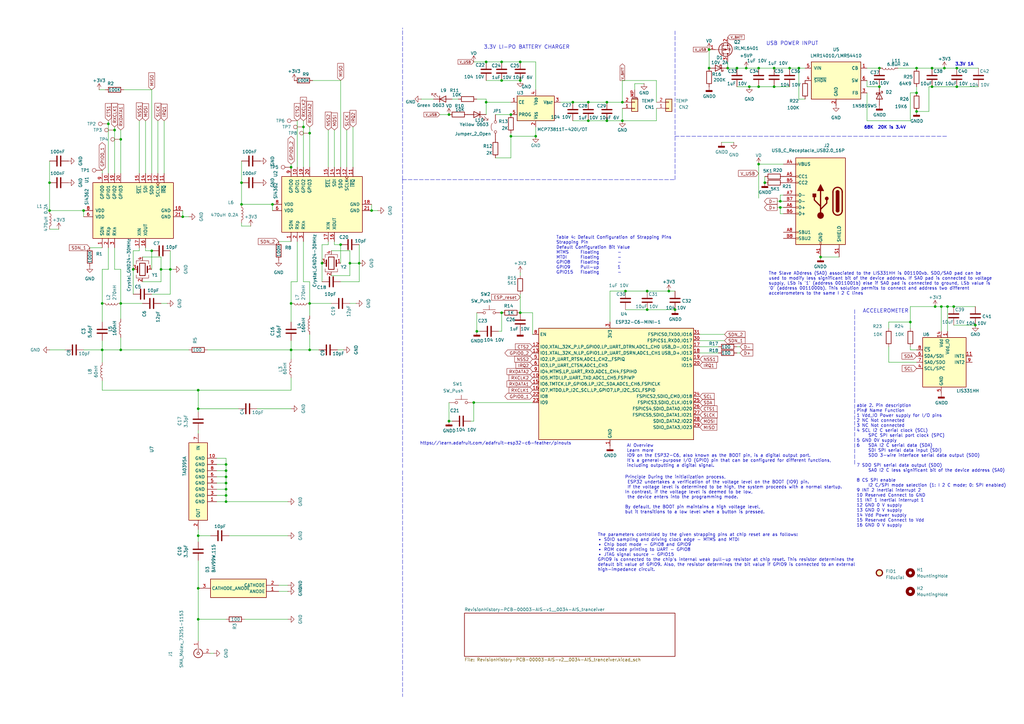
<source format=kicad_sch>
(kicad_sch (version 20231120) (generator "eeschema") (generator_version "8.0")
  (paper "A3")
  (junction (at 127 124.46))
  (junction (at 265.43 119.38))
  (junction (at 62.23 102.87))
  (junction (at 248.92 41.91))
  (junction (at 400.05 133.35))
  (junction (at 44.45 50.8))
  (junction (at 132.08 107.95))
  (junction (at 360.68 27.94))
  (junction (at 241.3 41.91))
  (junction (at 311.15 35.56))
  (junction (at 213.36 128.27))
  (junction (at 41.91 124.46))
  (junction (at 392.43 27.94))
  (junction (at 274.32 119.38))
  (junction (at 34.29 86.36))
  (junction (at 290.83 20.32))
  (junction (at 205.74 33.02))
  (junction (at 298.45 27.94))
  (junction (at 111.76 83.82))
  (junction (at 248.92 49.53))
  (junction (at 49.53 57.15))
  (junction (at 92.71 200.66))
  (junction (at 388.62 125.73))
  (junction (at 320.04 82.55))
  (junction (at 375.92 38.1))
  (junction (at 139.7 100.33))
  (junction (at 255.27 49.53))
  (junction (at 195.58 135.89))
  (junction (at 276.86 127))
  (junction (at 81.28 254))
  (junction (at 199.39 41.91))
  (junction (at 99.06 83.82))
  (junction (at 313.69 74.93))
  (junction (at 317.5 27.94))
  (junction (at 92.71 193.04))
  (junction (at 382.27 35.56))
  (junction (at 66.04 110.49))
  (junction (at 265.43 127))
  (junction (at 302.26 27.94))
  (junction (at 127 143.51))
  (junction (at 256.54 119.38))
  (junction (at 391.16 125.73))
  (junction (at 205.74 25.4))
  (junction (at 311.15 27.94))
  (junction (at 209.55 46.99))
  (junction (at 386.08 125.73))
  (junction (at 81.28 160.02))
  (junction (at 20.32 86.36))
  (junction (at 92.71 205.74))
  (junction (at 69.85 110.49))
  (junction (at 54.61 110.49))
  (junction (at 199.39 25.4))
  (junction (at 81.28 167.64))
  (junction (at 92.71 195.58))
  (junction (at 375.92 27.94))
  (junction (at 49.53 124.46))
  (junction (at 213.36 33.02))
  (junction (at 81.28 241.3))
  (junction (at 74.93 88.9))
  (junction (at 241.3 49.53))
  (junction (at 184.15 46.99))
  (junction (at 119.38 68.58))
  (junction (at 317.5 35.56))
  (junction (at 205.74 128.27))
  (junction (at 152.4 86.36))
  (junction (at 234.95 41.91))
  (junction (at 209.55 55.88))
  (junction (at 213.36 25.4))
  (junction (at 219.71 55.88))
  (junction (at 127 54.61))
  (junction (at 327.66 27.94))
  (junction (at 255.27 41.91))
  (junction (at 20.32 74.93))
  (junction (at 383.54 125.73))
  (junction (at 320.04 85.09))
  (junction (at 92.71 198.12))
  (junction (at 382.27 27.94))
  (junction (at 392.43 35.56))
  (junction (at 375.92 45.72))
  (junction (at 360.68 35.56))
  (junction (at 119.38 143.51))
  (junction (at 373.38 132.08))
  (junction (at 124.46 52.07))
  (junction (at 92.71 190.5))
  (junction (at 323.85 27.94))
  (junction (at 143.51 107.95))
  (junction (at 147.32 107.95))
  (junction (at 41.91 143.51))
  (junction (at 184.15 172.72))
  (junction (at 46.99 53.34))
  (junction (at 194.31 165.1))
  (junction (at 336.55 105.41))
  (junction (at 307.34 35.56))
  (junction (at 387.35 27.94))
  (junction (at 92.71 203.2))
  (junction (at 81.28 219.71))
  (junction (at 311.15 67.31))
  (junction (at 49.53 143.51))
  (junction (at 99.06 74.93))
  (junction (at 290.83 27.94))
  (junction (at 306.07 27.94))
  (junction (at 119.38 124.46))
  (wire (pts (xy 99.06 74.93) (xy 99.06 66.04)))
  (wire (pts (xy 321.31 87.63) (xy 320.04 87.63)))
  (wire (pts (xy 81.28 219.71) (xy 86.36 219.71)))
  (wire (pts (xy 209.55 55.88) (xy 219.71 55.88)))
  (wire (pts (xy 92.71 203.2) (xy 92.71 205.74)))
  (wire (pts (xy 295.91 58.42) (xy 300.99 58.42)))
  (wire (pts (xy 256.54 119.38) (xy 265.43 119.38)))
  (wire (pts (xy 391.16 133.35) (xy 400.05 133.35)))
  (wire (pts (xy 205.74 128.27) (xy 205.74 135.89)))
  (wire (pts (xy 99.06 92.71) (xy 99.06 91.44)))
  (wire (pts (xy 269.24 44.45) (xy 269.24 49.53)))
  (wire (pts (xy 81.28 168.91) (xy 81.28 167.64)))
  (wire (pts (xy 213.36 120.65) (xy 213.36 128.27)))
  (wire (pts (xy 41.91 110.49) (xy 41.91 124.46)))
  (wire (pts (xy 46.99 53.34) (xy 46.99 52.07)))
  (wire (pts (xy 41.91 156.21) (xy 41.91 160.02)))
  (wire (pts (xy 66.04 105.41) (xy 58.42 105.41)))
  (wire (pts (xy 297.18 139.7) (xy 287.02 139.7)))
  (wire (pts (xy 62.23 36.83) (xy 50.8 36.83)))
  (wire (pts (xy 127 124.46) (xy 135.89 124.46)))
  (wire (pts (xy 382.27 27.94) (xy 387.35 27.94)))
  (wire (pts (xy 41.91 143.51) (xy 49.53 143.51)))
  (wire (pts (xy 320.04 85.09) (xy 320.04 87.63)))
  (wire (pts (xy 250.19 119.38) (xy 250.19 132.08)))
  (wire (pts (xy 127 137.16) (xy 127 143.51)))
  (wire (pts (xy 68.58 124.46) (xy 66.04 124.46)))
  (wire (pts (xy 54.61 102.87) (xy 54.61 110.49)))
  (wire (pts (xy 86.36 267.97) (xy 87.63 267.97)))
  (wire (pts (xy 127 52.07) (xy 127 54.61)))
  (wire (pts (xy 119.38 167.64) (xy 105.41 167.64)))
  (wire (pts (xy 234.95 41.91) (xy 229.87 41.91)))
  (wire (pts (xy 139.7 33.02) (xy 139.7 68.58)))
  (wire (pts (xy 71.12 110.49) (xy 69.85 110.49)))
  (wire (pts (xy 290.83 20.32) (xy 290.83 27.94)))
  (wire (pts (xy 209.55 54.61) (xy 209.55 55.88)))
  (wire (pts (xy 34.29 88.9) (xy 34.29 86.36)))
  (wire (pts (xy 218.44 128.27) (xy 218.44 137.16)))
  (wire (pts (xy 99.06 83.82) (xy 111.76 83.82)))
  (wire (pts (xy 64.77 49.53) (xy 64.77 71.12)))
  (wire (pts (xy 199.39 40.64) (xy 199.39 41.91)))
  (wire (pts (xy 255.27 49.53) (xy 248.92 49.53)))
  (wire (pts (xy 364.49 148.59) (xy 375.92 148.59)))
  (wire (pts (xy 373.38 125.73) (xy 383.54 125.73)))
  (wire (pts (xy 241.3 41.91) (xy 234.95 41.91)))
  (wire (pts (xy 81.28 222.25) (xy 81.28 219.71)))
  (wire (pts (xy 139.7 33.02) (xy 128.27 33.02)))
  (wire (pts (xy 265.43 119.38) (xy 274.32 119.38)))
  (wire (pts (xy 373.38 38.1) (xy 375.92 38.1)))
  (wire (pts (xy 41.91 143.51) (xy 41.91 148.59)))
  (wire (pts (xy 41.91 139.7) (xy 41.91 143.51)))
  (wire (pts (xy 121.92 99.06) (xy 121.92 115.57)))
  (wire (pts (xy 392.43 35.56) (xy 401.32 35.56)))
  (wire (pts (xy 88.9 190.5) (xy 92.71 190.5)))
  (wire (pts (xy 118.11 254) (xy 100.33 254)))
  (wire (pts (xy 99.06 83.82) (xy 99.06 74.93)))
  (wire (pts (xy 34.29 143.51) (xy 41.91 143.51)))
  (wire (pts (xy 274.32 119.38) (xy 276.86 119.38)))
  (wire (pts (xy 134.62 99.06) (xy 134.62 100.33)))
  (wire (pts (xy 147.32 107.95) (xy 143.51 107.95)))
  (wire (pts (xy 180.34 46.99) (xy 184.15 46.99)))
  (wire (pts (xy 323.85 27.94) (xy 327.66 27.94)))
  (wire (pts (xy 132.08 100.33) (xy 132.08 107.95)))
  (wire (pts (xy 49.53 124.46) (xy 49.53 130.81)))
  (wire (pts (xy 205.74 33.02) (xy 199.39 33.02)))
  (wire (pts (xy 135.89 113.03) (xy 143.51 113.03)))
  (wire (pts (xy 81.28 167.64) (xy 97.79 167.64)))
  (wire (pts (xy 49.53 124.46) (xy 58.42 124.46)))
  (wire (pts (xy 146.05 124.46) (xy 143.51 124.46)))
  (wire (pts (xy 213.36 33.02) (xy 205.74 33.02)))
  (wire (pts (xy 69.85 110.49) (xy 66.04 110.49)))
  (wire (pts (xy 355.6 33.02) (xy 355.6 35.56)))
  (wire (pts (xy 306.07 27.94) (xy 302.26 27.94)))
  (wire (pts (xy 256.54 127) (xy 265.43 127)))
  (wire (pts (xy 119.38 160.02) (xy 119.38 154.94)))
  (wire (pts (xy 386.08 125.73) (xy 388.62 125.73)))
  (wire (pts (xy 127 115.57) (xy 127 124.46)))
  (wire (pts (xy 199.39 41.91) (xy 199.39 46.99)))
  (wire (pts (xy 205.74 25.4) (xy 199.39 25.4)))
  (wire (pts (xy 121.92 115.57) (xy 119.38 115.57)))
  (wire (pts (xy 67.31 49.53) (xy 67.31 71.12)))
  (wire (pts (xy 92.71 198.12) (xy 92.71 200.66)))
  (wire (pts (xy 119.38 124.46) (xy 119.38 132.08)))
  (wire (pts (xy 62.23 71.12) (xy 62.23 36.83)))
  (wire (pts (xy 355.6 49.53) (xy 373.38 49.53)))
  (wire (pts (xy 307.34 35.56) (xy 311.15 35.56)))
  (wire (pts (xy 355.6 35.56) (xy 360.68 35.56)))
  (wire (pts (xy 81.28 219.71) (xy 81.28 217.17)))
  (wire (pts (xy 375.92 45.72) (xy 381 45.72)))
  (wire (pts (xy 213.36 25.4) (xy 219.71 25.4)))
  (wire (pts (xy 373.38 143.51) (xy 375.92 143.51)))
  (wire (pts (xy 184.15 165.1) (xy 184.15 172.72)))
  (wire (pts (xy 154.94 86.36) (xy 152.4 86.36)))
  (wire (pts (xy 118.11 240.03) (xy 114.3 240.03)))
  (wire (pts (xy 375.92 35.56) (xy 375.92 38.1)))
  (wire (pts (xy 388.62 135.89) (xy 388.62 125.73)))
  (wire (pts (xy 287.02 142.24) (xy 294.64 142.24)))
  (wire (pts (xy 20.32 93.98) (xy 24.13 93.98)))
  (wire (pts (xy 344.17 105.41) (xy 336.55 105.41)))
  (wire (pts (xy 92.71 190.5) (xy 92.71 193.04)))
  (polyline (pts (xy 165.1 73.66) (xy 276.86 73.66)) (stroke (width 0) (type dash)))
  (wire (pts (xy 74.93 88.9) (xy 74.93 86.36)))
  (wire (pts (xy 132.08 107.95) (xy 132.08 115.57)))
  (wire (pts (xy 44.45 101.6) (xy 44.45 110.49)))
  (wire (pts (xy 255.27 41.91) (xy 248.92 41.91)))
  (wire (pts (xy 124.46 52.07) (xy 124.46 68.58)))
  (wire (pts (xy 124.46 49.53) (xy 124.46 52.07)))
  (wire (pts (xy 298.45 27.94) (xy 302.26 27.94)))
  (wire (pts (xy 66.04 110.49) (xy 66.04 105.41)))
  (wire (pts (xy 269.24 33.02) (xy 269.24 41.91)))
  (wire (pts (xy 355.6 27.94) (xy 360.68 27.94)))
  (wire (pts (xy 152.4 86.36) (xy 152.4 83.82)))
  (wire (pts (xy 142.24 53.34) (xy 142.24 68.58)))
  (wire (pts (xy 62.23 120.65) (xy 69.85 120.65)))
  (wire (pts (xy 209.55 55.88) (xy 209.55 64.77)))
  (wire (pts (xy 99.06 92.71) (xy 102.87 92.71)))
  (wire (pts (xy 20.32 86.36) (xy 34.29 86.36)))
  (wire (pts (xy 209.55 64.77) (xy 203.2 64.77)))
  (wire (pts (xy 321.31 80.01) (xy 320.04 80.01)))
  (wire (pts (xy 81.28 254) (xy 81.28 241.3)))
  (wire (pts (xy 81.28 177.8) (xy 81.28 176.53)))
  (wire (pts (xy 137.16 53.34) (xy 137.16 68.58)))
  (wire (pts (xy 111.76 86.36) (xy 111.76 83.82)))
  (wire (pts (xy 138.43 143.51) (xy 140.97 143.51)))
  (wire (pts (xy 57.15 102.87) (xy 54.61 102.87)))
  (wire (pts (xy 194.31 165.1) (xy 194.31 172.72)))
  (wire (pts (xy 373.38 142.24) (xy 373.38 143.51)))
  (wire (pts (xy 46.99 110.49) (xy 49.53 110.49)))
  (wire (pts (xy 255.27 44.45) (xy 255.27 49.53)))
  (wire (pts (xy 302.26 142.24) (xy 303.53 142.24)))
  (wire (pts (xy 392.43 27.94) (xy 401.32 27.94)))
  (polyline (pts (xy 276.86 73.66) (xy 276.86 12.7)) (stroke (width 0) (type dash)))
  (wire (pts (xy 320.04 85.09) (xy 321.31 85.09)))
  (wire (pts (xy 139.7 107.95) (xy 139.7 100.33)))
  (wire (pts (xy 119.38 115.57) (xy 119.38 124.46)))
  (wire (pts (xy 49.53 138.43) (xy 49.53 143.51)))
  (wire (pts (xy 302.26 35.56) (xy 307.34 35.56)))
  (wire (pts (xy 127 124.46) (xy 127 129.54)))
  (wire (pts (xy 57.15 101.6) (xy 57.15 102.87)))
  (wire (pts (xy 318.77 85.09) (xy 320.04 85.09)))
  (wire (pts (xy 127 143.51) (xy 130.81 143.51)))
  (wire (pts (xy 213.36 25.4) (xy 205.74 25.4)))
  (wire (pts (xy 40.64 36.83) (xy 43.18 36.83)))
  (wire (pts (xy 250.19 119.38) (xy 256.54 119.38)))
  (wire (pts (xy 49.53 110.49) (xy 49.53 124.46)))
  (wire (pts (xy 114.3 99.06) (xy 119.38 99.06)))
  (wire (pts (xy 298.45 27.94) (xy 298.45 25.4)))
  (wire (pts (xy 187.96 40.64) (xy 185.42 40.64)))
  (wire (pts (xy 85.09 143.51) (xy 119.38 143.51)))
  (wire (pts (xy 41.91 69.85) (xy 41.91 71.12)))
  (wire (pts (xy 92.71 193.04) (xy 92.71 195.58)))
  (wire (pts (xy 388.62 125.73) (xy 391.16 125.73)))
  (wire (pts (xy 77.47 88.9) (xy 74.93 88.9)))
  (wire (pts (xy 382.27 35.56) (xy 392.43 35.56)))
  (wire (pts (xy 364.49 132.08) (xy 364.49 134.62)))
  (wire (pts (xy 383.54 125.73) (xy 386.08 125.73)))
  (wire (pts (xy 88.9 193.04) (xy 92.71 193.04)))
  (wire (pts (xy 265.43 127) (xy 276.86 127)))
  (wire (pts (xy 302.26 144.78) (xy 303.53 144.78)))
  (wire (pts (xy 92.71 187.96) (xy 92.71 190.5)))
  (wire (pts (xy 20.32 74.93) (xy 20.32 86.36)))
  (wire (pts (xy 219.71 52.07) (xy 219.71 55.88)))
  (wire (pts (xy 204.47 135.89) (xy 205.74 135.89)))
  (wire (pts (xy 69.85 110.49) (xy 69.85 120.65)))
  (wire (pts (xy 255.27 33.02) (xy 255.27 41.91)))
  (wire (pts (xy 44.45 71.12) (xy 44.45 50.8)))
  (wire (pts (xy 373.38 125.73) (xy 373.38 132.08)))
  (wire (pts (xy 381 35.56) (xy 381 45.72)))
  (wire (pts (xy 368.3 27.94) (xy 375.92 27.94)))
  (wire (pts (xy 118.11 219.71) (xy 93.98 219.71)))
  (wire (pts (xy 382.27 35.56) (xy 381 35.56)))
  (wire (pts (xy 20.32 143.51) (xy 26.67 143.51)))
  (wire (pts (xy 92.71 205.74) (xy 88.9 205.74)))
  (wire (pts (xy 139.7 115.57) (xy 147.32 115.57)))
  (wire (pts (xy 317.5 27.94) (xy 323.85 27.94)))
  (wire (pts (xy 297.18 137.16) (xy 287.02 137.16)))
  (wire (pts (xy 59.69 102.87) (xy 62.23 102.87)))
  (wire (pts (xy 364.49 132.08) (xy 373.38 132.08)))
  (wire (pts (xy 137.16 99.06) (xy 137.16 100.33)))
  (wire (pts (xy 66.04 115.57) (xy 66.04 110.49)))
  (wire (pts (xy 193.04 172.72) (xy 194.31 172.72)))
  (wire (pts (xy 137.16 100.33) (xy 139.7 100.33)))
  (wire (pts (xy 124.46 99.06) (xy 124.46 115.57)))
  (wire (pts (xy 311.15 67.31) (xy 321.31 67.31)))
  (wire (pts (xy 147.32 107.95) (xy 147.32 115.57)))
  (wire (pts (xy 41.91 124.46) (xy 41.91 132.08)))
  (wire (pts (xy 375.92 27.94) (xy 382.27 27.94)))
  (wire (pts (xy 143.51 107.95) (xy 143.51 102.87)))
  (wire (pts (xy 199.39 40.64) (xy 195.58 40.64)))
  (wire (pts (xy 330.2 40.64) (xy 327.66 40.64)))
  (wire (pts (xy 121.92 49.53) (xy 121.92 68.58)))
  (wire (pts (xy 118.11 205.74) (xy 92.71 205.74)))
  (wire (pts (xy 260.35 34.29) (xy 264.16 34.29)))
  (wire (pts (xy 124.46 115.57) (xy 127 115.57)))
  (polyline (pts (xy 350.52 127) (xy 350.52 190.5)) (stroke (width 0) (type dash)))
  (wire (pts (xy 177.8 40.64) (xy 172.72 40.64)))
  (wire (pts (xy 46.99 101.6) (xy 46.99 110.49)))
  (wire (pts (xy 92.71 254) (xy 81.28 254)))
  (wire (pts (xy 306.07 27.94) (xy 311.15 27.94)))
  (wire (pts (xy 119.38 143.51) (xy 127 143.51)))
  (wire (pts (xy 287.02 144.78) (xy 294.64 144.78)))
  (wire (pts (xy 58.42 115.57) (xy 66.04 115.57)))
  (wire (pts (xy 311.15 35.56) (xy 317.5 35.56)))
  (wire (pts (xy 255.27 49.53) (xy 269.24 49.53)))
  (wire (pts (xy 59.69 101.6) (xy 59.69 102.87)))
  (wire (pts (xy 119.38 143.51) (xy 119.38 147.32)))
  (wire (pts (xy 391.16 125.73) (xy 400.05 125.73)))
  (wire (pts (xy 44.45 50.8) (xy 44.45 49.53)))
  (wire (pts (xy 44.45 110.49) (xy 41.91 110.49)))
  (wire (pts (xy 46.99 53.34) (xy 46.99 71.12)))
  (wire (pts (xy 81.28 160.02) (xy 119.38 160.02)))
  (wire (pts (xy 49.53 57.15) (xy 49.53 71.12)))
  (wire (pts (xy 386.08 135.89) (xy 386.08 125.73)))
  (wire (pts (xy 59.69 49.53) (xy 59.69 71.12)))
  (wire (pts (xy 219.71 25.4) (xy 219.71 36.83)))
  (wire (pts (xy 119.38 139.7) (xy 119.38 143.51)))
  (wire (pts (xy 313.69 72.39) (xy 313.69 74.93)))
  (wire (pts (xy 373.38 49.53) (xy 373.38 38.1)))
  (polyline (pts (xy 276.86 55.88) (xy 388.62 55.88)) (stroke (width 0) (type dash)))
  (wire (pts (xy 327.66 27.94) (xy 330.2 27.94)))
  (wire (pts (xy 213.36 111.76) (xy 213.36 113.03)))
  (wire (pts (xy 320.04 80.01) (xy 320.04 82.55)))
  (wire (pts (xy 54.61 110.49) (xy 54.61 120.65)))
  (wire (pts (xy 62.23 110.49) (xy 62.23 102.87)))
  (wire (pts (xy 195.58 128.27) (xy 195.58 135.89)))
  (wire (pts (xy 127 54.61) (xy 127 68.58)))
  (wire (pts (xy 134.62 53.34) (xy 134.62 68.58)))
  (wire (pts (xy 119.38 67.31) (xy 119.38 68.58)))
  (wire (pts (xy 20.32 74.93) (xy 20.32 66.04)))
  (wire (pts (xy 41.91 160.02) (xy 81.28 160.02)))
  (wire (pts (xy 194.31 165.1) (xy 218.44 165.1)))
  (wire (pts (xy 88.9 200.66) (xy 92.71 200.66)))
  (wire (pts (xy 318.77 82.55) (xy 320.04 82.55)))
  (wire (pts (xy 134.62 100.33) (xy 132.08 100.33)))
  (wire (pts (xy 49.53 53.34) (xy 49.53 57.15)))
  (wire (pts (xy 36.83 101.6) (xy 41.91 101.6)))
  (wire (pts (xy 248.92 49.53) (xy 241.3 49.53)))
  (wire (pts (xy 81.28 262.89) (xy 81.28 254)))
  (wire (pts (xy 199.39 41.91) (xy 209.55 41.91)))
  (wire (pts (xy 88.9 198.12) (xy 92.71 198.12)))
  (wire (pts (xy 355.6 49.53) (xy 355.6 38.1)))
  (polyline (pts (xy 165.1 73.66) (xy 165.1 11.43)) (stroke (width 0) (type dash)))
  (wire (pts (xy 248.92 41.91) (xy 241.3 41.91)))
  (wire (pts (xy 364.49 142.24) (xy 364.49 148.59)))
  (wire (pts (xy 213.36 128.27) (xy 218.44 128.27)))
  (wire (pts (xy 143.51 102.87) (xy 135.89 102.87)))
  (wire (pts (xy 260.35 34.29) (xy 260.35 36.83)))
  (wire (pts (xy 147.32 100.33) (xy 147.32 107.95)))
  (wire (pts (xy 81.28 241.3) (xy 81.28 229.87)))
  (wire (pts (xy 387.35 27.94) (xy 392.43 27.94)))
  (wire (pts (xy 311.15 27.94) (xy 317.5 27.94)))
  (wire (pts (xy 195.58 135.89) (xy 196.85 135.89)))
  (polyline (pts (xy 165.1 73.66) (xy 165.1 191.77)) (stroke (width 0) (type dash)))
  (wire (pts (xy 49.53 143.51) (xy 77.47 143.51)))
  (wire (pts (xy 92.71 195.58) (xy 92.71 198.12)))
  (wire (pts (xy 88.9 203.2) (xy 92.71 203.2)))
  (wire (pts (xy 144.78 52.07) (xy 144.78 68.58)))
  (wire (pts (xy 199.39 25.4) (xy 194.31 25.4)))
  (wire (pts (xy 118.11 242.57) (xy 114.3 242.57)))
  (wire (pts (xy 320.04 82.55) (xy 321.31 82.55)))
  (wire (pts (xy 317.5 35.56) (xy 323.85 35.56)))
  (wire (pts (xy 57.15 49.53) (xy 57.15 71.12)))
  (wire (pts (xy 88.9 195.58) (xy 92.71 195.58)))
  (wire (pts (xy 69.85 102.87) (xy 69.85 110.49)))
  (wire (pts (xy 81.28 167.64) (xy 81.28 160.02)))
  (wire (pts (xy 143.51 113.03) (xy 143.51 107.95)))
  (wire (pts (xy 184.15 172.72) (xy 185.42 172.72)))
  (wire (pts (xy 311.15 67.31) (xy 311.15 81.28)))
  (wire (pts (xy 209.55 46.99) (xy 203.2 46.99)))
  (wire (pts (xy 88.9 187.96) (xy 92.71 187.96)))
  (wire (pts (xy 92.71 200.66) (xy 92.71 203.2)))
  (polyline (pts (xy 165.1 193.04) (xy 165.1 285.75)) (stroke (width 0) (type dash)))
  (wire (pts (xy 373.38 132.08) (xy 373.38 134.62)))
  (wire (pts (xy 255.27 33.02) (xy 269.24 33.02)))
  (wire (pts (xy 241.3 49.53) (xy 234.95 49.53)))
  (wire (pts (xy 327.66 40.64) (xy 327.66 27.94)))
  (text "3.3V 1A" (at 391.668 27.178 0) (effects (font (size 1.27 1.27) (thickness 0.254) (bold yes)) (justify left bottom)))
  (text "Table 4: Default Configuration of Strapping Pins\nStrapping Pin\nDefault Configuration Bit Value\nMTMS  	Floating	-\nMTDI	Floating	-\nGPIO8	Floating	-\nGPIO9	Pull-up		1\nGPIO15	Floating	-" (at 228.092 104.648 0) (effects (font (size 1.27 1.27)) (justify left)))
  (text "able 2. Pin description\nPin# Name Function\n1 Vdd_IO Power supply for I/O pins\n2 NC Not connected\n3 NC Not connected\n4 SCL I2 C serial clock (SCL)\n	SPC SPI serial port clock (SPC)	\n5 GND 0V supply\n6	SDA I2 C serial data (SDA)\n	SDI SPI serial data input (SDI)\n	SDO 3-wire interface serial data output (SDO)	\n	\n7 SDO SPI serial data output (SDO)\n	SA0 I2 C less significant bit of the device address (SA0)	\n	\n8 CS SPI enable\n	I2 C/SPI mode selection (1: I 2 C mode; 0: SPI enabled)\n9 INT 2 Inertial interrupt 2\n10 Reserved Connect to GND\n11 INT 1 Inertial interrupt 1\n12 GND 0 V supply\n13 GND 0 V supply\n14 Vdd Power supply\n15 Reserved Connect to Vdd\n16 GND 0 V supply" (at 351.282 191.008 0) (effects (font (size 1.27 1.27)) (justify left)))
  (text "The parameters controlled by the given strapping pins at chip reset are as follows:\n• SDIO sampling and driving clock edge - MTMS and MTDI\n• Chip boot mode - GPIO8 and GPIO9\n• ROM code printing to UART - GPIO8\n• JTAG signal source - GPIO15\nGPIO9 is connected to the chip's internal weak pull-up resistor at chip reset. This resistor determines the\ndefault bit value of GPIO9. Also, the resistor determines the bit value if GPIO9 is connected to an external\nhigh-impedance circuit." (at 245.11 226.568 0) (effects (font (size 1.27 1.27)) (justify left)))
  (text "3.3V LI-PO BATTERY CHARGER" (at 198.374 20.32 0) (effects (font (size 1.524 1.524)) (justify left bottom)))
  (text "USB POWER INPUT" (at 314.198 18.796 0) (effects (font (size 1.524 1.524)) (justify left bottom)))
  (text "Principle During the initialization process,\n ESP32 undertakes a verification of the voltage level on the BOOT (IO9) pin.\n If the voltage level is determined to be high, the system proceeds with a normal startup. \nIn contrast, if the voltage level is deemed to be low,\n the device enters into the programming mode. \n\nBy default, the BOOT pin maintains a high voltage level, \nbut it transitions to a low level when a button is pressed." (at 256.286 202.946 0) (effects (font (size 1.27 1.27)) (justify left)))
  (text "The Slave ADdress (SAD) associated to the LIS331HH is 001100xb. SDO/SA0 pad can be\nused to modify less significant bit of the device address. If SA0 pad is connected to voltage\nsupply, LSb is '1' (address 0011001b) else if SA0 pad is connected to ground, LSb value is\n'0' (address 0011000b). This solution permits to connect and address two different\naccelerometers to the same I 2 C lines" (at 315.214 116.332 0) (effects (font (size 1.27 1.27)) (justify left)))
  (text "AI Overview\nLearn more\nIO9 on the ESP32-C6, also known as the BOOT pin, is a digital output port. \nIt's a general-purpose I/O (GPIO) pin that can be configured for different functions, \nincluding outputting a digital signal." (at 257.048 186.944 0) (effects (font (size 1.27 1.27)) (justify left)))
  (text "https://learn.adafruit.com/adafruit-esp32-c6-feather/pinouts" (at 172.212 181.864 0) (effects (font (size 1.27 1.27)) (justify left)))
  (text "ACCELEROMETER" (at 353.822 128.524 0) (effects (font (size 1.524 1.524)) (justify left bottom)))
  (text "68K  20K is 3.4V\n" (at 354.33 53.086 0) (effects (font (size 1.27 1.27) (thickness 0.254) (bold yes)) (justify left bottom)))
  (global_label "SDN_1" (shape input) (at 297.18 139.7 0) (property "Intersheetrefs" "${INTERSHEET_REFS}" (effects (hide yes))))
  (global_label "SLCK" (shape input) (at 64.77 49.53 90) (property "Intersheetrefs" "${INTERSHEET_REFS}" (effects (hide yes))))
  (global_label "GPIO0_1" (shape bidirectional) (at 218.44 162.56 180) (property "Intersheetrefs" "${INTERSHEET_REFS}" (effects (hide yes))))
  (global_label "MISO" (shape input) (at 62.23 36.83 90) (property "Intersheetrefs" "${INTERSHEET_REFS}" (effects (hide yes))))
  (global_label "GPIO0_1" (shape bidirectional) (at 41.91 69.85 90) (property "Intersheetrefs" "${INTERSHEET_REFS}" (effects (hide yes))))
  (global_label "NSS1" (shape input) (at 287.02 147.32 0) (property "Intersheetrefs" "${INTERSHEET_REFS}" (effects (hide yes))))
  (global_label "V_USB" (shape input) (at 194.31 25.4 180) (effects (font (size 0.9906 0.9906))) (property "Intersheetrefs" "${INTERSHEET_REFS}" (effects (hide yes))))
  (global_label "MOSI" (shape input) (at 287.02 172.72 0) (property "Intersheetrefs" "${INTERSHEET_REFS}" (effects (hide yes))))
  (global_label "MOSI" (shape input) (at 137.16 53.34 90) (property "Intersheetrefs" "${INTERSHEET_REFS}" (effects (hide yes))))
  (global_label "D+" (shape output) (at 318.77 85.09 180) (property "Intersheetrefs" "${INTERSHEET_REFS}" (effects (hide yes))))
  (global_label "CTS2" (shape input) (at 218.44 142.24 180) (property "Intersheetrefs" "${INTERSHEET_REFS}" (effects (hide yes))))
  (global_label "MISO" (shape input) (at 287.02 175.26 0) (property "Intersheetrefs" "${INTERSHEET_REFS}" (effects (hide yes))))
  (global_label "V_USB" (shape input) (at 180.34 46.99 180) (effects (font (size 0.9906 0.9906))) (property "Intersheetrefs" "${INTERSHEET_REFS}" (effects (hide yes))))
  (global_label "MISO" (shape input) (at 139.7 33.02 90) (property "Intersheetrefs" "${INTERSHEET_REFS}" (effects (hide yes))))
  (global_label "SLCK" (shape input) (at 142.24 53.34 90) (property "Intersheetrefs" "${INTERSHEET_REFS}" (effects (hide yes))))
  (global_label "SCL" (shape input) (at 287.02 162.56 0) (property "Intersheetrefs" "${INTERSHEET_REFS}" (effects (hide yes))))
  (global_label "IRQ1" (shape input) (at 287.02 149.86 0) (property "Intersheetrefs" "${INTERSHEET_REFS}" (effects (hide yes))))
  (global_label "SDN_2" (shape input) (at 297.18 137.16 0) (property "Intersheetrefs" "${INTERSHEET_REFS}" (effects (hide yes))))
  (global_label "SDN_2" (shape input) (at 114.3 99.06 180) (property "Intersheetrefs" "${INTERSHEET_REFS}" (effects (hide yes))))
  (global_label "D+" (shape input) (at 303.53 144.78 0) (property "Intersheetrefs" "${INTERSHEET_REFS}" (effects (hide yes))))
  (global_label "SDN_1" (shape input) (at 36.83 101.6 180) (property "Intersheetrefs" "${INTERSHEET_REFS}" (effects (hide yes))))
  (global_label "SDA" (shape input) (at 375.92 146.05 180) (property "Intersheetrefs" "${INTERSHEET_REFS}" (effects (hide yes))))
  (global_label "RXCLK1" (shape input) (at 218.44 160.02 180) (property "Intersheetrefs" "${INTERSHEET_REFS}" (effects (hide yes))))
  (global_label "V_BATT" (shape output) (at 255.27 33.02 90) (effects (font (size 0.9906 0.9906))) (property "Intersheetrefs" "${INTERSHEET_REFS}" (effects (hide yes))))
  (global_label "RXCLK2" (shape input) (at 218.44 154.94 180) (property "Intersheetrefs" "${INTERSHEET_REFS}" (effects (hide yes))))
  (global_label "NSS1" (shape input) (at 57.15 49.53 90) (property "Intersheetrefs" "${INTERSHEET_REFS}" (effects (hide yes))))
  (global_label "V_USB" (shape input) (at 290.83 20.32 180) (effects (font (size 0.9906 0.9906))) (property "Intersheetrefs" "${INTERSHEET_REFS}" (effects (hide yes))))
  (global_label "CTS1" (shape input) (at 287.02 167.64 0) (property "Intersheetrefs" "${INTERSHEET_REFS}" (effects (hide yes))))
  (global_label "RXCLK1" (shape input) (at 46.99 52.07 90) (property "Intersheetrefs" "${INTERSHEET_REFS}" (effects (hide yes))))
  (global_label "GPIO0_2" (shape bidirectional) (at 218.44 144.78 180) (property "Intersheetrefs" "${INTERSHEET_REFS}" (effects (hide yes))))
  (global_label "RXDATA1" (shape input) (at 218.44 157.48 180) (property "Intersheetrefs" "${INTERSHEET_REFS}" (effects (hide yes))))
  (global_label "ESP_reset" (shape input) (at 213.36 121.92 180) (property "Intersheetrefs" "${INTERSHEET_REFS}" (effects (hide yes))))
  (global_label "MOSI" (shape input) (at 59.69 49.53 90) (property "Intersheetrefs" "${INTERSHEET_REFS}" (effects (hide yes))))
  (global_label "NSS2" (shape input) (at 134.62 53.34 90) (property "Intersheetrefs" "${INTERSHEET_REFS}" (effects (hide yes))))
  (global_label "RXDATA2" (shape input) (at 127 52.07 90) (property "Intersheetrefs" "${INTERSHEET_REFS}" (effects (hide yes))))
  (global_label "IRQ1" (shape input) (at 67.31 49.53 90) (property "Intersheetrefs" "${INTERSHEET_REFS}" (effects (hide yes))))
  (global_label "SDA" (shape input) (at 287.02 165.1 0) (property "Intersheetrefs" "${INTERSHEET_REFS}" (effects (hide yes))))
  (global_label "IRQ2" (shape input) (at 144.78 52.07 90) (property "Intersheetrefs" "${INTERSHEET_REFS}" (effects (hide yes))))
  (global_label "NSS2" (shape input) (at 218.44 147.32 180) (property "Intersheetrefs" "${INTERSHEET_REFS}" (effects (hide yes))))
  (global_label "SLCK" (shape input) (at 287.02 170.18 0) (property "Intersheetrefs" "${INTERSHEET_REFS}" (effects (hide yes))))
  (global_label "D-" (shape output) (at 318.77 82.55 180) (property "Intersheetrefs" "${INTERSHEET_REFS}" (effects (hide yes))))
  (global_label "RXDATA1" (shape input) (at 49.53 53.34 90) (property "Intersheetrefs" "${INTERSHEET_REFS}" (effects (hide yes))))
  (global_label "D-" (shape input) (at 303.53 142.24 0) (property "Intersheetrefs" "${INTERSHEET_REFS}" (effects (hide yes))))
  (global_label "V_USB" (shape input) (at 311.15 71.12 180) (property "Intersheetrefs" "${INTERSHEET_REFS}" (effects (hide yes))))
  (global_label "V_BATT" (shape input) (at 298.45 15.24 0) (effects (font (size 0.9906 0.9906))) (property "Intersheetrefs" "${INTERSHEET_REFS}" (effects (hide yes))))
  (global_label "RXCLK2" (shape input) (at 124.46 49.53 90) (property "Intersheetrefs" "${INTERSHEET_REFS}" (effects (hide yes))))
  (global_label "GPIO0_2" (shape bidirectional) (at 119.38 67.31 90) (property "Intersheetrefs" "${INTERSHEET_REFS}" (effects (hide yes))))
  (global_label "CTS1" (shape input) (at 44.45 49.53 90) (property "Intersheetrefs" "${INTERSHEET_REFS}" (effects (hide yes))))
  (global_label "RXDATA2" (shape input) (at 218.44 152.4 180) (property "Intersheetrefs" "${INTERSHEET_REFS}" (effects (hide yes))))
  (global_label "IRQ2" (shape input) (at 218.44 149.86 180) (property "Intersheetrefs" "${INTERSHEET_REFS}" (effects (hide yes))))
  (global_label "SCL" (shape input) (at 375.92 151.13 180) (property "Intersheetrefs" "${INTERSHEET_REFS}" (effects (hide yes))))
  (global_label "CTS2" (shape input) (at 121.92 49.53 90) (property "Intersheetrefs" "${INTERSHEET_REFS}" (effects (hide yes))))
  (symbol (lib_id "Regulator_Switching:LMR14206") (at 342.9 33.02 0) (unit 1)
    (property "Reference" "U5" (at 342.9 20.32 0))
    (property "Value" "LMR14010/LMR54410" (at 342.9 22.86 0))
    (property "Footprint" "Package_TO_SOT_SMD:SOT-23-6" (effects (hide yes)))
    (property "Datasheet" "http://www.ti.com/lit/ds/symlink/lmr14206.pdf" (effects (hide yes)))
    (property "Part Number" "LMR14010" (effects (hide yes)))
    (property "taobao link" "https://detail.tmall.com/item.htm?abbucket=11&id=860935005896&rn=c9b32855e265c877df704086ed1035ab&spm=a1z10.3-b-s.w4011-22910395286.34.6b1b4509n1k49C&skuId=5844192698119 " (effects (hide yes)))
    (property "MFN" "TI" (effects (hide yes)))
  )
  (symbol (lib_id "Device:R") (at 375.92 41.91 0) (mirror y) (unit 1)
    (property "Reference" "R26" (at 372.872 40.64 0) (effects (justify left)))
    (property "Value" "19K6" (at 372.11 43.688 0) (effects (justify left)))
    (property "Footprint" "Resistor_SMD:R_0603_1608Metric_Pad0.98x0.95mm_HandSolder" (effects (hide yes)))
    (property "Description" "Resistor" (effects (hide yes)))
    (property "Part Number" "CRCW060319K6FKEA" (effects (hide yes)))
    (property "MFN" "Vishay Dale" (effects (hide yes)))
    (property "taobao link" "https://detail.tmall.com/item.htm?abbucket=11&id=604859729476&rn=1c7b77daa915c8ffeb67206c71dfb436&spm=a1z10.3-b.w4011-24712980507.12.2ee94cb20cvAHH&skuId=5468906207197 " (effects (hide yes)))
  )
  (symbol (lib_id "Device:R") (at 213.36 116.84 0) (mirror x) (unit 1)
    (property "Reference" "R15" (at 208.026 114.046 0) (effects (justify left)))
    (property "Value" "5K1" (at 208.026 116.078 0) (effects (justify left)))
    (property "Footprint" "Resistor_SMD:R_0402_1005Metric_Pad0.72x0.64mm_HandSolder" (effects (hide yes)))
    (property "Description" "Resistor" (effects (hide yes)))
    (property "Part Number" "CRCW04025K10FKED" (effects (hide yes)))
    (property "MFN" "Vishay Dale" (effects (hide yes)))
    (property "taobao link" "https://detail.tmall.com/item.htm?abbucket=11&id=783540340267&rn=ec315d1f2a5243c5f332537fbca93fb6&spm=a1z10.3-b.w4011-25368548660.35.715534f5OoruYS " (effects (hide yes)))
  )
  (symbol (lib_id "Device:C") (at 382.27 31.75 0) (unit 1)
    (property "Reference" "C38" (at 382.778 29.21 0) (effects (justify left)))
    (property "Value" "10uF 10V" (at 377.444 34.29 0) (effects (justify left)))
    (property "Footprint" "Capacitor_SMD:C_0603_1608Metric_Pad1.08x0.95mm_HandSolder" (effects (hide yes)))
    (property "Description" "Unpolarized capacitor" (effects (hide yes)))
    (property "Part Number" "CL10B106MQ8NRNC" (effects (hide yes)))
    (property "MFN" "Samsung" (effects (hide yes)))
    (property "taobao link" "https://detail.tmall.com/item.htm?abbucket=11&id=800707583750&rn=a05611c0ac43ba710f382fcccab08c77&skuId=5623513050678&spm=a1z10.3-b.w4011-25368548660.22.1d8334f5VGD8gW " (effects (hide yes)))
  )
  (symbol (lib_id "power:VD") (at 184.15 46.99 0) (unit 1)
    (property "Reference" "#PWR056" (effects (hide yes)))
    (property "Value" "VD" (at 184.15 43.434 0))
    (property "Description" "Power symbol creates a global label with name \"VD\"" (effects (hide yes)))
  )
  (symbol (lib_id "Device:C") (at 90.17 219.71 90) (mirror x) (unit 1)
    (property "Reference" "C11" (effects (hide yes)))
    (property "Value" "10pF" (at 92.71 215.9 90) (effects (justify left)))
    (property "Footprint" "Capacitor_SMD:C_0402_1005Metric_Pad0.74x0.62mm_HandSolder" (effects (hide yes)))
    (property "Description" "Unpolarized capacitor" (effects (hide yes)))
    (property "Order" "https://www.lcsc.com/product-detail/Multilayer-Ceramic-Capacitors-MLCC-SMD-SMT_Samsung-Electro-Mechanics-CL05B104KO5NNNC_C1525.html" (effects (hide yes)))
    (property "MFN" "Samsung" (effects (hide yes)))
    (property "Part Number" "CL05C100JB5NNNC" (effects (hide yes)))
    (property "taobao link" "https://detail.tmall.com/item.htm?abbucket=11&id=800707583750&rn=a05611c0ac43ba710f382fcccab08c77&skuId=5623513050678&spm=a1z10.3-b.w4011-25368548660.22.1d8334f5VGD8gW " (effects (hide yes)))
  )
  (symbol (lib_id "Connector:TestPoint") (at 49.53 57.15 90) (unit 1)
    (property "Reference" "TP4" (at 44.45 57.1501 90) (effects (justify left)))
    (property "Value" "TestPoint" (effects (hide yes)))
    (property "Footprint" "TestPoint:TestPoint_Pad_D1.0mm" (effects (hide yes)))
    (property "Description" "test point" (effects (hide yes)))
  )
  (symbol (lib_id "Device:C") (at 317.5 31.75 0) (unit 1)
    (property "Reference" "C35" (at 317.5 29.21 0) (effects (justify left)))
    (property "Value" "1uF 10V" (at 314.96 25.908 0) (effects (justify left)))
    (property "Footprint" "Capacitor_SMD:C_0603_1608Metric_Pad1.08x0.95mm_HandSolder" (effects (hide yes)))
    (property "Description" "Unpolarized capacitor" (effects (hide yes)))
    (property "Part Number" "CL10B105KA8NNNC" (effects (hide yes)))
    (property "MFN" "Samsung" (effects (hide yes)))
    (property "taobao link" "https://detail.tmall.com/item.htm?abbucket=11&id=800707583750&rn=a05611c0ac43ba710f382fcccab08c77&skuId=5623513050678&spm=a1z10.3-b.w4011-25368548660.22.1d8334f5VGD8gW " (effects (hide yes)))
  )
  (symbol (lib_id "Device:C") (at 134.62 143.51 270) (unit 1)
    (property "Reference" "C9" (at 132.334 146.05 0) (effects (justify right)))
    (property "Value" "10pF" (at 141.224 145.034 90) (effects (justify right)))
    (property "Footprint" "Capacitor_SMD:C_0603_1608Metric" (effects (hide yes)))
    (property "Description" "Unpolarized capacitor" (effects (hide yes)))
    (property "Part Number" "CL10B474KA8NFNC" (effects (hide yes)))
    (property "MFN" "Samsung" (effects (hide yes)))
  )
  (symbol (lib_id "Device:D_Schottky") (at 294.64 27.94 180) (unit 1)
    (property "Reference" "D1" (at 295.148 23.622 0))
    (property "Value" "10V 2A" (at 295.148 25.654 0))
    (property "Footprint" "Diode_SMD:D_SOD-123F" (effects (hide yes)))
    (property "Datasheet" "https://www.onsemi.com/pdf/datasheet/ss26fl-d.pdf" (effects (hide yes)))
    (property "Description" "DIODE SCHOTTKY 40V 2A" (effects (hide yes)))
    (property "Part Number" "SS24FL" (effects (hide yes)))
    (property "MFN" "onsemi" (effects (hide yes)))
    (property "taobao link" "https://detail.tmall.com/item.htm?abbucket=11&id=777507574385&rn=63fdbc242831bf94e7b66f1604a52a2c&spm=a1z10.3-b.w4011-24712980507.28.65bc4cb2SqAkUg&skuId=5483422246455 " (effects (hide yes)))
  )
  (symbol (lib_id "power:+3.3V") (at 274.32 119.38 0) (unit 1)
    (property "Reference" "#PWR036" (effects (hide yes)))
    (property "Value" "+3V3" (at 274.32 115.57 0))
    (property "Description" "Power symbol creates a global label with name \"+3.3V\"" (effects (hide yes)))
  )
  (symbol (lib_id "Device:LED") (at 195.58 46.99 0) (mirror y) (unit 1)
    (property "Reference" "L10" (at 194.818 49.276 0) (effects (justify right)))
    (property "Value" "Yellow 0603" (at 188.468 51.054 0) (effects (justify right)))
    (property "Footprint" "LED_SMD:LED_0603_1608Metric_Pad1.05x0.95mm_HandSolder" (effects (hide yes)))
    (property "Description" "Light emitting diode" (effects (hide yes)))
    (property "Part Number" "XL-1608SYGC-06" (effects (hide yes)))
    (property "MFN" "XINGLIGHT" (effects (hide yes)))
  )
  (symbol (lib_id "power:+3.3V") (at 213.36 111.76 0) (unit 1)
    (property "Reference" "#PWR030" (effects (hide yes)))
    (property "Value" "+3V3" (at 213.36 107.95 0))
    (property "Description" "Power symbol creates a global label with name \"+3.3V\"" (effects (hide yes)))
  )
  (symbol (lib_id "power:GND") (at 219.71 55.88 0) (mirror y) (unit 1)
    (property "Reference" "#PWR032" (effects (hide yes)))
    (property "Value" "GND" (at 219.71 59.69 0))
    (property "Description" "Power symbol creates a global label with name \"GND\" , ground" (effects (hide yes)))
  )
  (symbol (lib_name "Si4362_1") (lib_id "RF_AM_FM:Si4362") (at 81.28 196.85 90) (unit 1)
    (property "Reference" "U7" (at 62.23 185.674 0) (effects (justify left)))
    (property "Value" "TA0395A" (at 75.692 195.326 0) (effects (justify left)))
    (property "Footprint" "SMD" (effects (hide yes)))
    (property "Datasheet" "https://www.taisaw.com/assets/PDF/TA0395A_Rev%204.0_.pdf" (effects (hide yes)))
    (property "Description" "SAW Filter 159.1625MHz SMD 7.0×5.0 mm (BW=5.725MHz)" (effects (hide yes)))
    (property "Part Number" "TA0395A" (effects (hide yes)))
    (property "MFN" "TST DCC" (effects (hide yes)))
    (property "taobao link" "https://lcsc.com/product-detail/SAW-Filters_TST-TA0395A_C7061767.html?s_z=n_TA0395A" (effects (hide yes)))
  )
  (symbol (lib_id "Device:L") (at 119.38 151.13 180) (unit 1)
    (property "Reference" "L3" (at 115.062 151.384 90))
    (property "Value" "60nH" (at 116.84 151.13 90))
    (property "Footprint" "Inductor_SMD:L_0603_1608Metric" (effects (hide yes)))
    (property "Description" "Inductor" (effects (hide yes)))
    (property "MFN" "Murata Electronics" (effects (hide yes)))
    (property "Part Number" "LQW18ANR16G00D" (effects (hide yes)))
  )
  (symbol (lib_id "Device:C") (at 62.23 124.46 270) (unit 1)
    (property "Reference" "C6" (at 59.182 130.048 0) (effects (justify right)))
    (property "Value" "12pF" (at 64.77 132.334 0) (effects (justify right)))
    (property "Footprint" "Capacitor_SMD:C_0402_1005Metric_Pad0.74x0.62mm_HandSolder" (effects (hide yes)))
    (property "Description" "Unpolarized capacitor" (effects (hide yes)))
    (property "Part Number" "CL05C120JB5NNNC" (effects (hide yes)))
    (property "MFN" "Samsung" (effects (hide yes)))
    (property "taobao link" "https://detail.tmall.com/item.htm?abbucket=11&id=803144507387&rn=cd1383ee627d820c4efeafb79f0d0669&skuId=5470636537849&spm=a1z10.3-b.w4011-25368548660.22.d74a34f5lW5p20 " (effects (hide yes)))
  )
  (symbol (lib_id "Device:C") (at 311.15 31.75 0) (unit 1)
    (property "Reference" "C34" (at 307.34 29.21 0) (effects (justify left)))
    (property "Value" "1uF 10V" (at 306.324 24.892 0) (effects (justify left)))
    (property "Footprint" "Capacitor_SMD:C_0603_1608Metric_Pad1.08x0.95mm_HandSolder" (effects (hide yes)))
    (property "Description" "Unpolarized capacitor" (effects (hide yes)))
    (property "Part Number" "CL10B105KA8NNNC" (effects (hide yes)))
    (property "MFN" "Samsung" (effects (hide yes)))
    (property "taobao link" "https://detail.tmall.com/item.htm?abbucket=11&id=800707583750&rn=a05611c0ac43ba710f382fcccab08c77&skuId=5623513050678&spm=a1z10.3-b.w4011-25368548660.22.1d8334f5VGD8gW " (effects (hide yes)))
  )
  (symbol (lib_id "Device:C") (at 302.26 31.75 0) (unit 1)
    (property "Reference" "C33" (at 298.45 29.21 0) (effects (justify left)))
    (property "Value" "1uF 10V" (at 298.196 34.29 0) (effects (justify left)))
    (property "Footprint" "Capacitor_SMD:C_0603_1608Metric_Pad1.08x0.95mm_HandSolder" (effects (hide yes)))
    (property "Description" "Unpolarized capacitor" (effects (hide yes)))
    (property "Part Number" "CL10B105KA8NNNC" (effects (hide yes)))
    (property "MFN" "Samsung" (effects (hide yes)))
    (property "taobao link" "https://detail.tmall.com/item.htm?abbucket=11&id=800707583750&rn=a05611c0ac43ba710f382fcccab08c77&skuId=5623513050678&spm=a1z10.3-b.w4011-25368548660.22.1d8334f5VGD8gW " (effects (hide yes)))
  )
  (symbol (lib_id "Mechanical:MountingHole") (at 373.38 234.95 0) (unit 1) (exclude_from_sim yes) (in_bom no)
    (property "Reference" "H1" (at 375.92 233.6799 0) (effects (justify left)))
    (property "Value" "MountingHole" (at 375.92 236.2199 0) (effects (justify left)))
    (property "Footprint" "MountingHole:MountingHole_3.2mm_M3" (effects (hide yes)))
    (property "Description" "Mounting Hole without connection" (effects (hide yes)))
  )
  (symbol (lib_id "power:+3.3V") (at 40.64 36.83 0) (unit 1)
    (property "Reference" "#PWR05" (effects (hide yes)))
    (property "Value" "+3V3" (at 40.64 33.02 0))
    (property "Description" "Power symbol creates a global label with name \"+3.3V\"" (effects (hide yes)))
  )
  (symbol (lib_id "Connector:TestPoint") (at 124.46 52.07 90) (unit 1)
    (property "Reference" "TP7" (at 119.38 52.0701 90) (effects (justify left)))
    (property "Value" "TestPoint" (effects (hide yes)))
    (property "Footprint" "TestPoint:TestPoint_Pad_D1.0mm" (effects (hide yes)))
    (property "Description" "test point" (effects (hide yes)))
  )
  (symbol (lib_id "power:+3.3V") (at 383.54 125.73 0) (unit 1)
    (property "Reference" "#PWR050" (effects (hide yes)))
    (property "Value" "+3V3" (at 383.54 121.92 0))
    (property "Description" "Power symbol creates a global label with name \"+3.3V\"" (effects (hide yes)))
  )
  (symbol (lib_id "power:+3.3V") (at 24.13 93.98 0) (unit 1)
    (property "Reference" "#PWR01" (effects (hide yes)))
    (property "Value" "+3V3" (at 24.13 90.17 0))
    (property "Description" "Power symbol creates a global label with name \"+3.3V\"" (effects (hide yes)))
  )
  (symbol (lib_id "Device:R") (at 209.55 50.8 0) (unit 1)
    (property "Reference" "R13" (at 204.47 49.784 0) (effects (justify left)))
    (property "Value" "2K" (at 205.74 52.578 0) (effects (justify left)))
    (property "Footprint" "Resistor_SMD:R_0603_1608Metric_Pad0.98x0.95mm_HandSolder" (effects (hide yes)))
    (property "Description" "Resistor" (effects (hide yes)))
    (property "Part Number" "CRCW06032K00FKED" (effects (hide yes)))
    (property "MFN" "Vishay Dale" (effects (hide yes)))
  )
  (symbol (lib_id "Device:L") (at 364.49 27.94 270) (unit 1)
    (property "Reference" "L11" (at 365.76 24.892 90) (effects (justify left)))
    (property "Value" "6.8uH 2A" (at 363.728 26.416 90) (effects (justify left)))
    (property "Footprint" "Inductor_SMD:L_APV_APH0650" (effects (hide yes)))
    (property "Description" "Inductor" (effects (hide yes)))
    (property "MFN" "APV" (effects (hide yes)))
    (property "Part Number" "APH0650T470M" (effects (hide yes)))
    (property "taobao link" "https://detail.tmall.com/item.htm?abbucket=11&id=842197455436&rn=2702f64f546eea7db0de340bb2f9f4ef&spm=a1z10.3-b.w4011-25368548660.83.2da234f5TytBG2 " (effects (hide yes)))
  )
  (symbol (lib_id "power:GNDD") (at 290.83 35.56 0) (unit 1)
    (property "Reference" "#PWR038" (effects (hide yes)))
    (property "Value" "GNDD" (at 290.9316 39.497 0))
    (property "Description" "Power symbol creates a global label with name \"GNDD\" , digital ground" (effects (hide yes)))
  )
  (symbol (lib_id "power:GNDD") (at 276.86 127 0) (unit 1)
    (property "Reference" "#PWR037" (effects (hide yes)))
    (property "Value" "GNDD" (at 276.9616 130.937 0))
    (property "Description" "Power symbol creates a global label with name \"GNDD\" , digital ground" (effects (hide yes)))
  )
  (symbol (lib_id "Connector:TestPoint") (at 121.92 49.53 90) (unit 1)
    (property "Reference" "TP6" (at 116.84 49.5301 90) (effects (justify left)))
    (property "Value" "TestPoint" (effects (hide yes)))
    (property "Footprint" "TestPoint:TestPoint_Pad_D1.0mm" (effects (hide yes)))
    (property "Description" "test point" (effects (hide yes)))
  )
  (symbol (lib_id "Device:R") (at 298.45 144.78 90) (mirror x) (unit 1)
    (property "Reference" "R18" (at 294.64 143.764 90) (effects (justify left)))
    (property "Value" "100" (at 299.72 144.78 90) (effects (justify left)))
    (property "Footprint" "Resistor_SMD:R_0402_1005Metric_Pad0.72x0.64mm_HandSolder" (effects (hide yes)))
    (property "Description" "Resistor" (effects (hide yes)))
    (property "Part Number" "CRCW0402100RFKED" (effects (hide yes)))
    (property "MFN" "Vishay Dale" (effects (hide yes)))
    (property "taobao link" "https://detail.tmall.com/item.htm?abbucket=11&id=783540340267&rn=ec315d1f2a5243c5f332537fbca93fb6&spm=a1z10.3-b.w4011-25368548660.35.715534f5OoruYS" (effects (hide yes)))
  )
  (symbol (lib_id "Device:C") (at 101.6 167.64 270) (unit 1)
    (property "Reference" "C4" (at 99.314 170.18 0) (effects (justify right)))
    (property "Value" "10pF" (at 108.204 169.164 90) (effects (justify right)))
    (property "Footprint" "Capacitor_SMD:C_0603_1608Metric" (effects (hide yes)))
    (property "Description" "Unpolarized capacitor" (effects (hide yes)))
    (property "Part Number" "CL10B474KA8NFNC" (effects (hide yes)))
    (property "MFN" "Samsung" (effects (hide yes)))
  )
  (symbol (lib_id "Transistor_FET:DMG2301L") (at 295.91 20.32 0) (mirror x) (unit 1)
    (property "Reference" "Q2" (at 300.99 17.272 0) (effects (justify left)))
    (property "Value" "IRLML6401" (at 300.736 19.812 0) (effects (justify left)))
    (property "Footprint" "Package_TO_SOT_SMD:SOT-23" (effects (hide yes)))
    (property "Datasheet" "https://www.diodes.com/assets/Datasheets/DMG2301L.pdf" (effects (hide yes)))
    (property "Description" "12V 4.3A P沟道 贴片MOSFET场效应管" (effects (hide yes)))
    (property "Part Number" "IRLML6401" (effects (hide yes)))
    (property "taobao link" "https://detail.tmall.com/item.htm?abbucket=11&id=798861322975&rn=723936ac48bc8a49719e3422c48d16f1&spm=a1z10.3-b.w4011-24712980507.19.56de4cb2eCmzV2&skuId=5612635614429 " (effects (hide yes)))
  )
  (symbol (lib_id "Mechanical:Fiducial") (at 360.68 234.95 0) (unit 1) (exclude_from_sim yes) (in_bom no)
    (property "Reference" "FID1" (at 363.22 234.315 0) (effects (justify left)))
    (property "Value" "Fiducial" (at 363.22 236.855 0) (effects (justify left)))
    (property "Footprint" "Fiducial:Fiducial_1mm_Mask2mm" (effects (hide yes)))
    (property "Description" "Fiducial Marker" (effects (hide yes)))
  )
  (symbol (lib_id "power:GND") (at 342.9 43.18 0) (unit 1)
    (property "Reference" "#PWR047" (effects (hide yes)))
    (property "Value" "GND" (at 342.9 48.26 0))
    (property "Description" "Power symbol creates a global label with name \"GND\" , ground" (effects (hide yes)))
  )
  (symbol (lib_id "Device:C") (at 400.05 129.54 0) (unit 1)
    (property "Reference" "C41" (at 402.844 129.794 0) (effects (justify left)))
    (property "Value" "104 10V" (at 396.24 132.588 0) (effects (justify left)))
    (property "Footprint" "Capacitor_SMD:C_0402_1005Metric_Pad0.74x0.62mm_HandSolder" (effects (hide yes)))
    (property "Description" "Unpolarized capacitor" (effects (hide yes)))
    (property "Part Number" "CL05B104KA5NNNC" (effects (hide yes)))
    (property "MFN" "Samsung" (effects (hide yes)))
    (property "taobao link" "https://detail.tmall.com/item.htm?id=805258410220&ns=1&priceTId=2100c80217400440590046802e0a1e&skuId=5646374234456&spm=a21n57.1.item.1.426d523cRjhmIi&utparam=%7B%22aplus_abtest%22%3A%227d362f6c7add6f71fc5d7528534b6218%22%7D&xxc=ad_ztc " (effects (hide yes)))
  )
  (symbol (lib_id "Connector_Generic_MountingPin:Conn_01x02_MountingPin") (at 260.35 44.45 0) (mirror x) (unit 1)
    (property "Reference" "CN1" (at 264.414 43.942 0) (effects (justify left)))
    (property "Value" "TEMP" (at 263.144 41.402 0) (effects (justify left)))
    (property "Footprint" "Kilib-Hai:CN-SMD-XH254LB-nP-2pin-vertical" (effects (hide yes)))
    (property "Description" "Generic connectable mounting pin connector, single row, 01x02, script generated (kicad-library-utils/schlib/autogen/connector/)" (effects (hide yes)))
    (property "MFN" "shenzhen Holy" (effects (hide yes)))
    (property "Part Number" "SMD-XH254LB-nP-2pin-vertical" (effects (hide yes)))
  )
  (symbol (lib_id "Device:C") (at 241.3 45.72 0) (mirror y) (unit 1)
    (property "Reference" "C28" (at 241.046 43.434 0) (effects (justify left)))
    (property "Value" "1uF 10V" (at 245.364 48.26 0) (effects (justify left)))
    (property "Footprint" "Capacitor_SMD:C_0603_1608Metric_Pad1.08x0.95mm_HandSolder" (effects (hide yes)))
    (property "Description" "Unpolarized capacitor" (effects (hide yes)))
    (property "Part Number" "CL10B105KA8NFNC" (effects (hide yes)))
    (property "MFN" "Samsung Electro-Mechanics" (effects (hide yes)))
    (property "taobao link" "https://detail.tmall.com/item.htm?abbucket=11&id=800707583750&rn=a05611c0ac43ba710f382fcccab08c77&skuId=5623513050678&spm=a1z10.3-b.w4011-25368548660.22.1d8334f5VGD8gW " (effects (hide yes)))
  )
  (symbol (lib_id "Battery_Management:MCP73811T-420I-OT") (at 219.71 44.45 0) (unit 1)
    (property "Reference" "U3" (at 213.36 38.1 0))
    (property "Value" "MCP73811T-420I/OT" (at 230.632 53.086 0))
    (property "Footprint" "Package_TO_SOT_SMD:SOT-23-5" (effects (hide yes)))
    (property "Datasheet" "http://ww1.microchip.com/downloads/en/DeviceDoc/22036b.pdf" (effects (hide yes)))
    (property "Description" "Simple, Miniature Single-Cell, Fully Integrated Li-Ion / Li-Polymer Charge Management Controllers, 85mA/450mA, 4.2V, SOT23-5" (effects (hide yes)))
  )
  (symbol (lib_id "Device:C") (at 102.87 66.04 90) (mirror x) (unit 1)
    (property "Reference" "C14" (effects (hide yes)))
    (property "Value" "100nF" (at 105.41 62.23 90) (effects (justify left)))
    (property "Footprint" "Capacitor_SMD:C_0402_1005Metric_Pad0.74x0.62mm_HandSolder" (effects (hide yes)))
    (property "Description" "Unpolarized capacitor" (effects (hide yes)))
    (property "Order" "https://www.lcsc.com/product-detail/Multilayer-Ceramic-Capacitors-MLCC-SMD-SMT_Samsung-Electro-Mechanics-CL05B104KO5NNNC_C1525.html" (effects (hide yes)))
    (property "MFN" "Samsung" (effects (hide yes)))
    (property "Part Number" "CL05B104KA5NNNC" (effects (hide yes)))
    (property "taobao link" "https://detail.tmall.com/item.htm?abbucket=11&id=800707583750&rn=a05611c0ac43ba710f382fcccab08c77&skuId=5623513050678&spm=a1z10.3-b.w4011-25368548660.22.1d8334f5VGD8gW " (effects (hide yes)))
  )
  (symbol (lib_id "Device:L") (at 99.06 87.63 0) (unit 1)
    (property "Reference" "L6" (at 93.472 83.058 0) (effects (justify left)))
    (property "Value" "470uH 0.2A" (at 86.36 88.138 0) (effects (justify left)))
    (property "Footprint" "Inductor_SMD:L_Sunlord_SWPA5040S" (effects (hide yes)))
    (property "Description" "Inductor" (effects (hide yes)))
    (property "MFN" "Eaton - Electronics Division" (effects (hide yes)))
    (property "Part Number" "SDCH1V5020-471M-R" (effects (hide yes)))
    (property "Tmall" "https://list.tmall.com/search_product.htm?q=NRS4018T100MDGJ&type=p&vmarket=&spm=875.7931836%2FB.a2227oh.d100&from=mallfp..pc_1_searchbutton" (effects (hide yes)))
  )
  (symbol (lib_id "power:GNDD") (at 375.92 45.72 0) (unit 1)
    (property "Reference" "#PWR049" (effects (hide yes)))
    (property "Value" "GNDD" (at 376.0216 49.657 0))
    (property "Description" "Power symbol creates a global label with name \"GNDD\" , digital ground" (effects (hide yes)))
  )
  (symbol (lib_id "Device:C") (at 41.91 135.89 180) (unit 1)
    (property "Reference" "C3" (at 34.29 135.89 90))
    (property "Value" "5.6pF" (at 36.83 135.89 90))
    (property "Footprint" "Capacitor_SMD:C_0402_1005Metric_Pad0.74x0.62mm_HandSolder" (effects (hide yes)))
    (property "Description" "Unpolarized capacitor" (effects (hide yes)))
    (property "Part Number" "CL05C5R6BB5NNNC" (effects (hide yes)))
    (property "MFN" "Samsung" (effects (hide yes)))
    (property "taobao link" "https://detail.tmall.com/item.htm?abbucket=11&id=803144507387&rn=cd1383ee627d820c4efeafb79f0d0669&skuId=5470636537849&spm=a1z10.3-b.w4011-25368548660.22.d74a34f5lW5p20 " (effects (hide yes)))
  )
  (symbol (lib_id "power:GND") (at 71.12 110.49 90) (unit 1)
    (property "Reference" "#PWR07" (effects (hide yes)))
    (property "Value" "GND" (at 76.2 110.49 0))
    (property "Description" "Power symbol creates a global label with name \"GND\" , ground" (effects (hide yes)))
  )
  (symbol (lib_id "Device:R") (at 203.2 60.96 0) (unit 1)
    (property "Reference" "R12" (at 198.12 59.944 0) (effects (justify left)))
    (property "Value" "2K" (at 199.39 62.738 0) (effects (justify left)))
    (property "Footprint" "Resistor_SMD:R_0603_1608Metric_Pad0.98x0.95mm_HandSolder" (effects (hide yes)))
    (property "Description" "Resistor" (effects (hide yes)))
    (property "Part Number" "CRCW06032K00FKED" (effects (hide yes)))
    (property "MFN" "Vishay Dale" (effects (hide yes)))
  )
  (symbol (lib_id "power:GND") (at 255.27 49.53 0) (mirror y) (unit 1)
    (property "Reference" "#PWR034" (effects (hide yes)))
    (property "Value" "GND" (at 255.27 53.34 0))
    (property "Description" "Power symbol creates a global label with name \"GND\" , ground" (effects (hide yes)))
  )
  (symbol (lib_id "Device:R") (at 36.83 105.41 180) (unit 1)
    (property "Reference" "R1" (at 39.37 104.1399 0) (effects (justify right)))
    (property "Value" "100K" (at 36.83 107.95 90) (effects (justify right)))
    (property "Footprint" "Resistor_SMD:R_0402_1005Metric_Pad0.72x0.64mm_HandSolder" (effects (hide yes)))
    (property "Description" "Resistor" (effects (hide yes)))
    (property "MFN" "Vishay Dale" (effects (hide yes)))
    (property "Part Number" "CRCW0402100KFKEE" (effects (hide yes)))
    (property "taobao link" "https://detail.tmall.com/item.htm?abbucket=11&id=783447047585&rn=ef642ff6915896bbba79e47c09cdfb75&spm=a1z10.3-b.w4011-25368548660.32.715e34f5KeVjIg" (effects (hide yes)))
  )
  (symbol (lib_id "power:GND") (at 147.32 107.95 90) (unit 1)
    (property "Reference" "#PWR024" (effects (hide yes)))
    (property "Value" "GND" (at 152.4 107.95 0))
    (property "Description" "Power symbol creates a global label with name \"GND\" , ground" (effects (hide yes)))
  )
  (symbol (lib_id "power:GND") (at 154.94 86.36 90) (unit 1)
    (property "Reference" "#PWR025" (effects (hide yes)))
    (property "Value" "GND" (at 160.02 86.36 0))
    (property "Description" "Power symbol creates a global label with name \"GND\" , ground" (effects (hide yes)))
  )
  (symbol (lib_id "power:+5VP") (at 306.07 27.94 0) (unit 1)
    (property "Reference" "#PWR041" (effects (hide yes)))
    (property "Value" "+5VP" (at 306.07 22.86 0))
    (property "Description" "Power symbol creates a global label with name \"+5VP\"" (effects (hide yes)))
  )
  (symbol (lib_id "power:GNDD") (at 386.08 161.29 0) (unit 1)
    (property "Reference" "#PWR051" (effects (hide yes)))
    (property "Value" "GNDD" (at 386.1816 165.227 0))
    (property "Description" "Power symbol creates a global label with name \"GNDD\" , digital ground" (effects (hide yes)))
  )
  (symbol (lib_id "Device:R") (at 373.38 138.43 0) (mirror x) (unit 1)
    (property "Reference" "R24" (at 366.776 133.858 0) (effects (justify left)))
    (property "Value" "10K" (at 367.03 137.16 0) (effects (justify left)))
    (property "Footprint" "Resistor_SMD:R_0402_1005Metric_Pad0.72x0.64mm_HandSolder" (effects (hide yes)))
    (property "Description" "Resistor" (effects (hide yes)))
    (property "Part Number" "CRCW040210K0FKEE" (effects (hide yes)))
    (property "MFN" "Vishay Dale" (effects (hide yes)))
  )
  (symbol (lib_id "Device:R") (at 375.92 31.75 0) (mirror y) (unit 1)
    (property "Reference" "R25" (at 374.396 31.496 0) (effects (justify left)))
    (property "Value" "64K9" (at 373.888 34.29 0) (effects (justify left)))
    (property "Footprint" "Resistor_SMD:R_0603_1608Metric_Pad0.98x0.95mm_HandSolder" (effects (hide yes)))
    (property "Description" "Resistor" (effects (hide yes)))
    (property "Part Number" "CRCW060364K9FKEA" (effects (hide yes)))
    (property "MFN" "Vishay Dale" (effects (hide yes)))
    (property "taobao link" "https://detail.tmall.com/item.htm?abbucket=11&id=604859729476&rn=1c7b77daa915c8ffeb67206c71dfb436&spm=a1z10.3-b.w4011-24712980507.12.2ee94cb20cvAHH&skuId=5468906207197 " (effects (hide yes)))
  )
  (symbol (lib_id "Device:Crystal_GND24") (at 135.89 107.95 180) (unit 1)
    (property "Reference" "Y2" (at 140.97 109.474 0))
    (property "Value" "Crystal_GND24-30MHz" (at 129.032 106.934 90))
    (property "Footprint" "Oscillator:Oscillator_SMD_SeikoEpson_SG8002CE-4Pin_3.2x2.5mm" (effects (hide yes)))
    (property "Datasheet" "https://ecsxtal.com/store/pdf/ECS-33B.pdf" (effects (hide yes)))
    (property "Description" "30 MHz ±10ppm Crystal 10pF 40 Ohms 4-SMD, No Lead" (effects (hide yes)))
    (property "Part Number" "ECS-300-10-33B-CKM-TR" (effects (hide yes)))
    (property "MFN" "ECS Inc./Epson" (effects (hide yes)))
    (property "taobao link" "https://item.taobao.com/item.htm?abbucket=13&id=885513906410&ns=1&priceTId=2100c88e17422141357712295e0bea&skuId=5754331020669&spm=a21n57.1.item.1&utparam=%7B%22aplus_abtest%22%3A%22256c70eb869a2c9ea49a1148d62a4932%22%7D&xxc=taobaoSearch" (effects (hide yes)))
  )
  (symbol (lib_id "Device:C") (at 24.13 66.04 90) (mirror x) (unit 1)
    (property "Reference" "C1" (effects (hide yes)))
    (property "Value" "100nF" (at 26.67 62.23 90) (effects (justify left)))
    (property "Footprint" "Capacitor_SMD:C_0402_1005Metric_Pad0.74x0.62mm_HandSolder" (effects (hide yes)))
    (property "Description" "Unpolarized capacitor" (effects (hide yes)))
    (property "Order" "https://www.lcsc.com/product-detail/Multilayer-Ceramic-Capacitors-MLCC-SMD-SMT_Samsung-Electro-Mechanics-CL05B104KO5NNNC_C1525.html" (effects (hide yes)))
    (property "MFN" "Samsung" (effects (hide yes)))
    (property "Part Number" "CL05B104KA5NNNC" (effects (hide yes)))
    (property "taobao link" "https://detail.tmall.com/item.htm?abbucket=11&id=800707583750&rn=a05611c0ac43ba710f382fcccab08c77&skuId=5623513050678&spm=a1z10.3-b.w4011-25368548660.22.1d8334f5VGD8gW " (effects (hide yes)))
  )
  (symbol (lib_id "Device:C") (at 205.74 29.21 0) (mirror y) (unit 1)
    (property "Reference" "C24" (at 205.486 26.924 0) (effects (justify left)))
    (property "Value" "1uF 10V" (at 209.804 31.75 0) (effects (justify left)))
    (property "Footprint" "Capacitor_SMD:C_0603_1608Metric_Pad1.08x0.95mm_HandSolder" (effects (hide yes)))
    (property "Description" "Unpolarized capacitor" (effects (hide yes)))
    (property "Part Number" "CL10B105KA8NFNC" (effects (hide yes)))
    (property "MFN" "Samsung Electro-Mechanics" (effects (hide yes)))
    (property "taobao link" "https://detail.tmall.com/item.htm?abbucket=11&id=800707583750&rn=a05611c0ac43ba710f382fcccab08c77&skuId=5623513050678&spm=a1z10.3-b.w4011-25368548660.22.1d8334f5VGD8gW " (effects (hide yes)))
  )
  (symbol (lib_id "Device:LED") (at 181.61 40.64 0) (mirror x) (unit 1)
    (property "Reference" "L9" (at 183.134 37.084 0) (effects (justify right)))
    (property "Value" "Green 0603" (at 182.372 43.18 0) (effects (justify right)))
    (property "Footprint" "LED_SMD:LED_0603_1608Metric_Pad1.05x0.95mm_HandSolder" (effects (hide yes)))
    (property "Description" "Light emitting diode" (effects (hide yes)))
    (property "Part Number" "XL-1608UGC-04" (effects (hide yes)))
    (property "MFN" "XINGLIGHT" (effects (hide yes)))
  )
  (symbol (lib_id "power:GNDD") (at 360.68 43.18 0) (unit 1)
    (property "Reference" "#PWR048" (effects (hide yes)))
    (property "Value" "GNDD" (at 360.7816 47.117 0))
    (property "Description" "Power symbol creates a global label with name \"GNDD\" , digital ground" (effects (hide yes)))
  )
  (symbol (lib_id "Device:C") (at 276.86 123.19 0) (unit 1)
    (property "Reference" "C32" (at 279.654 123.444 0) (effects (justify left)))
    (property "Value" "104 10V" (at 273.05 126.238 0) (effects (justify left)))
    (property "Footprint" "Capacitor_SMD:C_0402_1005Metric_Pad0.74x0.62mm_HandSolder" (effects (hide yes)))
    (property "Description" "Unpolarized capacitor" (effects (hide yes)))
    (property "Part Number" "CL05B104KA5NNNC" (effects (hide yes)))
    (property "MFN" "Samsung" (effects (hide yes)))
    (property "taobao link" "https://detail.tmall.com/item.htm?id=805258410220&ns=1&priceTId=2100c80217400440590046802e0a1e&skuId=5646374234456&spm=a21n57.1.item.1.426d523cRjhmIi&utparam=%7B%22aplus_abtest%22%3A%227d362f6c7add6f71fc5d7528534b6218%22%7D&xxc=ad_ztc " (effects (hide yes)))
  )
  (symbol (lib_id "power:GND") (at 400.05 133.35 0) (unit 1)
    (property "Reference" "#PWR053" (effects (hide yes)))
    (property "Value" "GND" (at 400.05 137.16 0))
    (property "Description" "Power symbol creates a global label with name \"GND\" , ground" (effects (hide yes)))
  )
  (symbol (lib_id "Device:C") (at 265.43 123.19 0) (unit 1)
    (property "Reference" "C31" (at 265.938 120.65 0) (effects (justify left)))
    (property "Value" "10uF 10V" (at 260.604 125.73 0) (effects (justify left)))
    (property "Footprint" "Capacitor_SMD:C_0603_1608Metric_Pad1.08x0.95mm_HandSolder" (effects (hide yes)))
    (property "Description" "Unpolarized capacitor" (effects (hide yes)))
    (property "Part Number" "CL10B106MQ8NRNC" (effects (hide yes)))
    (property "MFN" "Samsung" (effects (hide yes)))
    (property "taobao link" "https://detail.tmall.com/item.htm?abbucket=11&id=800707583750&rn=a05611c0ac43ba710f382fcccab08c77&skuId=5623513050678&spm=a1z10.3-b.w4011-25368548660.22.1d8334f5VGD8gW " (effects (hide yes)))
  )
  (symbol (lib_id "Device:C") (at 58.42 120.65 90) (mirror x) (unit 1)
    (property "Reference" "C5" (at 57.912 117.602 90) (effects (justify left)))
    (property "Value" "10pF" (at 65.278 119.126 90) (effects (justify left)))
    (property "Footprint" "Capacitor_SMD:C_0402_1005Metric_Pad0.74x0.62mm_HandSolder" (effects (hide yes)))
    (property "Description" "Unpolarized capacitor" (effects (hide yes)))
    (property "Order" "https://www.lcsc.com/product-detail/Multilayer-Ceramic-Capacitors-MLCC-SMD-SMT_Samsung-Electro-Mechanics-CL05B104KO5NNNC_C1525.html" (effects (hide yes)))
    (property "MFN" "Samsung Electro-Mechanics" (effects (hide yes)))
    (property "Part Number" "CL05C100JB5NNNC" (effects (hide yes)))
  )
  (symbol (lib_id "Device:R") (at 330.2 36.83 0) (mirror y) (unit 1)
    (property "Reference" "R22" (at 327.66 41.402 0) (effects (justify left)))
    (property "Value" "100K" (at 327.914 44.196 0) (effects (justify left)))
    (property "Footprint" "Resistor_SMD:R_0402_1005Metric_Pad0.72x0.64mm_HandSolder" (effects (hide yes)))
    (property "Description" "Resistor" (effects (hide yes)))
    (property "Part Number" "CRCW0402100KFKEE" (effects (hide yes)))
    (property "MFN" "Vishay Dale" (effects (hide yes)))
    (property "taobao link" "https://detail.tmall.com/item.htm?abbucket=11&id=783447047585&rn=ef642ff6915896bbba79e47c09cdfb75&spm=a1z10.3-b.w4011-25368548660.32.715e34f5KeVjIg" (effects (hide yes)))
  )
  (symbol (lib_id "Connector_Generic:Conn_01x02") (at 274.32 44.45 0) (mirror x) (unit 1)
    (property "Reference" "CN2" (at 278.384 43.942 0) (effects (justify left)))
    (property "Value" "TEMP" (at 277.114 41.402 0) (effects (justify left)))
    (property "Footprint" "Connector_JST:JST_EH_S2B-EH_1x02_P2.50mm_Horizontal" (effects (hide yes)))
    (property "Description" "Generic connector, single row, 01x02, script generated (kicad-library-utils/schlib/autogen/connector/)" (effects (hide yes)))
    (property "MFN" "JST" (effects (hide yes)))
    (property "Part Number" "JST_EH_S2B-EH_1x02_P2.50mm_Horizontal" (effects (hide yes)))
  )
  (symbol (lib_id "power:+3.3V") (at 120.65 33.02 0) (unit 1)
    (property "Reference" "#PWR022" (effects (hide yes)))
    (property "Value" "+3V3" (at 120.65 29.21 0))
    (property "Description" "Power symbol creates a global label with name \"+3.3V\"" (effects (hide yes)))
  )
  (symbol (lib_id "RF_AM_FM:Si4362") (at 132.08 83.82 90) (unit 1)
    (property "Reference" "U2" (at 113.03 72.644 0) (effects (justify left)))
    (property "Value" "Si4362" (at 113.03 81.6259 0) (effects (justify left)))
    (property "Footprint" "Package_DFN_QFN:QFN-20-1EP_4x4mm_P0.5mm_EP2.5x2.5mm" (effects (hide yes)))
    (property "Datasheet" "http://www.silabs.com/Support%20Documents/TechnicalDocs/Si4362.pdf" (effects (hide yes)))
    (property "Description" "EZRadioPRO Low Current Receiver" (effects (hide yes)))
    (property "Part Number" "SI4362-C2A-GMR" (effects (hide yes)))
    (property "MFN" "Silicon Labs" (effects (hide yes)))
    (property "taobao link" "https://item.taobao.com/item.htm?abbucket=15&id=890654860339&ns=1&priceTId=undefined&spm=a21n57.1.item.23.30a42cdcMPjUO1&utparam=%7B%22aplus_abtest%22%3A%223ae5d7a46aad030a3414fbf73ed472a8%22%7D&xxc=taobaoSearch " (effects (hide yes)))
  )
  (symbol (lib_id "power:GND") (at 118.11 254 90) (unit 1)
    (property "Reference" "#PWR012" (effects (hide yes)))
    (property "Value" "GND" (at 123.19 254 0))
    (property "Description" "Power symbol creates a global label with name \"GND\" , ground" (effects (hide yes)))
  )
  (symbol (lib_id "Switch:SW_Push") (at 200.66 128.27 0) (unit 1)
    (property "Reference" "SW2" (at 199.136 120.65 0))
    (property "Value" "SW_Push" (at 197.358 123.444 0))
    (property "Footprint" "Button_Switch_SMD:SW_Push_1P1T_NO_CK_KMR2" (effects (hide yes)))
    (property "Datasheet" "https://www.ckswitches.com/media/1479/kmr2.pdf" (effects (hide yes)))
    (property "Description" "Push_1P1T_6x6mm_H6mm" (effects (hide yes)))
    (property "MFN" "C&K" (effects (hide yes)))
    (property "Part Number" "KMR221NG LFS" (effects (hide yes)))
    (property "taobao link" "https://item.taobao.com/item.htm?abbucket=13&id=631040028717&ns=1&priceTId=2100c82917422100636882068e0bca&skuId=4498232620874&spm=a21n57.1.item.2&utparam=%7B%22aplus_abtest%22%3A%2299477bb4c17ff29c1ea81350d7ecd41d%22%7D&xxc=taobaoSearch" (effects (hide yes)))
  )
  (symbol (lib_id "Device:C") (at 248.92 45.72 0) (mirror y) (unit 1)
    (property "Reference" "C29" (at 248.666 43.434 0) (effects (justify left)))
    (property "Value" "10uF 6V" (at 254 48.26 0) (effects (justify left)))
    (property "Footprint" "Capacitor_SMD:C_0603_1608Metric_Pad1.08x0.95mm_HandSolder" (effects (hide yes)))
    (property "Description" "Unpolarized capacitor" (effects (hide yes)))
    (property "Part Number" "CL10B106MQ8NRNC" (effects (hide yes)))
    (property "MFN" "Samsung" (effects (hide yes)))
    (property "taobao link" "https://detail.tmall.com/item.htm?abbucket=11&id=800707583750&rn=a05611c0ac43ba710f382fcccab08c77&skuId=5623513050678&spm=a1z10.3-b.w4011-25368548660.22.1d8334f5VGD8gW " (effects (hide yes)))
  )
  (symbol (lib_id "power:GNDD") (at 295.91 58.42 0) (unit 1)
    (property "Reference" "#PWR039" (effects (hide yes)))
    (property "Value" "GNDD" (at 296.0116 62.357 0))
    (property "Description" "Power symbol creates a global label with name \"GNDD\" , digital ground" (effects (hide yes)))
  )
  (symbol (lib_id "Sensor_Motion:LIS331HH") (at 386.08 148.59 0) (unit 1)
    (property "Reference" "U6" (at 378.46 137.16 0) (effects (justify left)))
    (property "Value" "LIS331HH" (at 392.303 160.274 0) (effects (justify left)))
    (property "Footprint" "Package_LGA:LGA-16_3x3mm_P0.5mm_LayoutBorder3x5y" (effects (hide yes)))
    (property "Datasheet" "https://media.digikey.com/pdf/Data%20Sheets/ST%20Microelectronics%20PDFS/LIS331HH.pdf" (effects (hide yes)))
    (property "Description" "3-Axis Accelerometer, 6/12/24g range, 1000Hz, I2C and SPI interface" (effects (hide yes)))
  )
  (symbol (lib_id "RF_AM_FM:Si4362") (at 54.61 86.36 90) (unit 1)
    (property "Reference" "U1" (at 35.56 75.184 0) (effects (justify left)))
    (property "Value" "Si4362" (at 35.56 84.1659 0) (effects (justify left)))
    (property "Footprint" "Package_DFN_QFN:QFN-20-1EP_4x4mm_P0.5mm_EP2.5x2.5mm" (effects (hide yes)))
    (property "Datasheet" "http://www.silabs.com/Support%20Documents/TechnicalDocs/Si4362.pdf" (effects (hide yes)))
    (property "Description" "EZRadioPRO Low Current Receiver" (effects (hide yes)))
    (property "Part Number" "SI4362-C2A-GMR" (effects (hide yes)))
    (property "MFN" "Silicon Labs" (effects (hide yes)))
    (property "taobao link" "https://item.taobao.com/item.htm?abbucket=15&id=890654860339&ns=1&priceTId=undefined&spm=a21n57.1.item.23.30a42cdcMPjUO1&utparam=%7B%22aplus_abtest%22%3A%223ae5d7a46aad030a3414fbf73ed472a8%22%7D&xxc=taobaoSearch " (effects (hide yes)))
  )
  (symbol (lib_id "Device:C") (at 213.36 29.21 0) (mirror y) (unit 1)
    (property "Reference" "C25" (at 213.106 26.924 0) (effects (justify left)))
    (property "Value" "10uF 6V" (at 218.44 31.75 0) (effects (justify left)))
    (property "Footprint" "Capacitor_SMD:C_0603_1608Metric_Pad1.08x0.95mm_HandSolder" (effects (hide yes)))
    (property "Description" "Unpolarized capacitor" (effects (hide yes)))
    (property "Part Number" "CL10B106MQ8NRNC" (effects (hide yes)))
    (property "MFN" "Samsung" (effects (hide yes)))
    (property "taobao link" "https://detail.tmall.com/item.htm?abbucket=11&id=800707583750&rn=a05611c0ac43ba710f382fcccab08c77&skuId=5623513050678&spm=a1z10.3-b.w4011-25368548660.22.1d8334f5VGD8gW " (effects (hide yes)))
  )
  (symbol (lib_id "power:+3.3V") (at 102.87 92.71 0) (unit 1)
    (property "Reference" "#PWR011" (effects (hide yes)))
    (property "Value" "+3V3" (at 102.87 88.9 0))
    (property "Description" "Power symbol creates a global label with name \"+3.3V\"" (effects (hide yes)))
  )
  (symbol (lib_id "power:GND") (at 119.38 167.64 90) (unit 1)
    (property "Reference" "#PWR044" (effects (hide yes)))
    (property "Value" "GND" (at 124.46 167.64 0))
    (property "Description" "Power symbol creates a global label with name \"GND\" , ground" (effects (hide yes)))
  )
  (symbol (lib_id "Device:C") (at 392.43 31.75 0) (unit 1)
    (property "Reference" "C40" (at 392.938 29.21 0) (effects (justify left)))
    (property "Value" "10uF 10V" (at 387.604 34.29 0) (effects (justify left)))
    (property "Footprint" "Capacitor_SMD:C_0603_1608Metric_Pad1.08x0.95mm_HandSolder" (effects (hide yes)))
    (property "Description" "Unpolarized capacitor" (effects (hide yes)))
    (property "Part Number" "CL10B106MQ8NRNC" (effects (hide yes)))
    (property "MFN" "Samsung" (effects (hide yes)))
    (property "taobao link" "https://detail.tmall.com/item.htm?abbucket=11&id=800707583750&rn=a05611c0ac43ba710f382fcccab08c77&skuId=5623513050678&spm=a1z10.3-b.w4011-25368548660.22.1d8334f5VGD8gW " (effects (hide yes)))
  )
  (symbol (lib_id "Device:R") (at 317.5 74.93 270) (unit 1)
    (property "Reference" "R21" (at 320.802 76.454 90) (effects (justify left)))
    (property "Value" "5K1" (at 315.976 77.47 90) (effects (justify left)))
    (property "Footprint" "Resistor_SMD:R_0402_1005Metric_Pad0.72x0.64mm_HandSolder" (effects (hide yes)))
    (property "Description" "Resistor" (effects (hide yes)))
    (property "Part Number" "CRCW04025K10FKED" (effects (hide yes)))
    (property "MFN" "Vishay Dale" (effects (hide yes)))
  )
  (symbol (lib_id "power:VD") (at 311.15 67.31 0) (unit 1)
    (property "Reference" "#PWR043" (effects (hide yes)))
    (property "Value" "VD" (at 311.15 63.754 0))
    (property "Description" "Power symbol creates a global label with name \"VD\"" (effects (hide yes)))
  )
  (symbol (lib_id "Device:C") (at 213.36 132.08 0) (unit 1)
    (property "Reference" "C26" (at 207.518 131.064 0) (effects (justify left)))
    (property "Value" "1uF 10V" (at 209.042 134.874 0) (effects (justify left)))
    (property "Footprint" "Capacitor_SMD:C_0603_1608Metric_Pad1.08x0.95mm_HandSolder" (effects (hide yes)))
    (property "Description" "Unpolarized capacitor" (effects (hide yes)))
    (property "Part Number" "CL10B105KA8NNNC" (effects (hide yes)))
    (property "MFN" "Samsung" (effects (hide yes)))
    (property "taobao link" "https://detail.tmall.com/item.htm?abbucket=11&id=800707583750&rn=a05611c0ac43ba710f382fcccab08c77&skuId=5623513050678&spm=a1z10.3-b.w4011-25368548660.22.1d8334f5VGD8gW " (effects (hide yes)))
  )
  (symbol (lib_id "Library:USB_C_Receptacle_USB2.0_16P") (at 336.55 82.55 0) (mirror y) (unit 1)
    (property "Reference" "J2" (at 339.09 59.69 0))
    (property "Value" "USB_C_Receptacle_USB2.0_16P" (at 331.47 61.722 0))
    (property "Footprint" "Connector_USB:USB_C_Receptacle_GCT_USB4105-xx-A_16P_TopMnt_Horizontal" (effects (hide yes)))
    (property "Datasheet" "https://www.usb.org/sites/default/files/documents/usb_type-c.zip" (effects (hide yes)))
    (property "Description" "USB-C (USB TYPE-C) USB 2.0 Receptacle Connector 24 (16+8 Dummy) Position Surface Mount, Right Angle; Through Hole" (effects (hide yes)))
    (property "Part Number" "USB4105" (effects (hide yes)))
    (property "MFN" "GCT" (effects (hide yes)))
  )
  (symbol (lib_id "Device:C") (at 24.13 74.93 90) (mirror x) (unit 1)
    (property "Reference" "C2" (effects (hide yes)))
    (property "Value" "100nF" (at 26.67 71.12 90) (effects (justify left)))
    (property "Footprint" "Capacitor_SMD:C_0402_1005Metric_Pad0.74x0.62mm_HandSolder" (effects (hide yes)))
    (property "Description" "Unpolarized capacitor" (effects (hide yes)))
    (property "Order" "https://www.lcsc.com/product-detail/Multilayer-Ceramic-Capacitors-MLCC-SMD-SMT_Samsung-Electro-Mechanics-CL05B104KO5NNNC_C1525.html" (effects (hide yes)))
    (property "MFN" "Samsung" (effects (hide yes)))
    (property "Part Number" "CL05B104KA5NNNC" (effects (hide yes)))
    (property "taobao link" "https://detail.tmall.com/item.htm?abbucket=11&id=800707583750&rn=a05611c0ac43ba710f382fcccab08c77&skuId=5623513050678&spm=a1z10.3-b.w4011-25368548660.22.1d8334f5VGD8gW " (effects (hide yes)))
  )
  (symbol (lib_id "power:GNDD") (at 184.15 172.72 0) (unit 1)
    (property "Reference" "#PWR027" (effects (hide yes)))
    (property "Value" "GNDD" (at 184.2516 176.657 0))
    (property "Description" "Power symbol creates a global label with name \"GNDD\" , digital ground" (effects (hide yes)))
  )
  (symbol (lib_id "power:GND") (at 27.94 74.93 90) (unit 1)
    (property "Reference" "#PWR03" (effects (hide yes)))
    (property "Value" "GND" (at 33.02 74.93 0))
    (property "Description" "Power symbol creates a global label with name \"GND\" , ground" (effects (hide yes)))
  )
  (symbol (lib_id "Device:C") (at 360.68 31.75 0) (unit 1)
    (property "Reference" "C37" (at 356.87 29.718 0) (effects (justify left)))
    (property "Value" "104 10V" (at 356.362 34.036 0) (effects (justify left)))
    (property "Footprint" "Capacitor_SMD:C_0402_1005Metric_Pad0.74x0.62mm_HandSolder" (effects (hide yes)))
    (property "Description" "Unpolarized capacitor" (effects (hide yes)))
    (property "Part Number" "CL05B104KA5NNNC" (effects (hide yes)))
    (property "MFN" "Samsung" (effects (hide yes)))
    (property "taobao link" "https://detail.tmall.com/item.htm?id=805258410220&ns=1&priceTId=2100c80217400440590046802e0a1e&skuId=5646374234456&spm=a21n57.1.item.1.426d523cRjhmIi&utparam=%7B%22aplus_abtest%22%3A%227d362f6c7add6f71fc5d7528534b6218%22%7D&xxc=ad_ztc " (effects (hide yes)))
  )
  (symbol (lib_id "Device:C") (at 143.51 100.33 90) (mirror x) (unit 1)
    (property "Reference" "C20" (at 143.002 97.282 90) (effects (justify left)))
    (property "Value" "10pF" (at 150.368 98.806 90) (effects (justify left)))
    (property "Footprint" "Capacitor_SMD:C_0402_1005Metric_Pad0.74x0.62mm_HandSolder" (effects (hide yes)))
    (property "Description" "Unpolarized capacitor" (effects (hide yes)))
    (property "Order" "https://www.lcsc.com/product-detail/Multilayer-Ceramic-Capacitors-MLCC-SMD-SMT_Samsung-Electro-Mechanics-CL05B104KO5NNNC_C1525.html" (effects (hide yes)))
    (property "MFN" "Samsung Electro-Mechanics" (effects (hide yes)))
    (property "Part Number" "CL05C100JB5NNNC" (effects (hide yes)))
  )
  (symbol (lib_id "Device:C") (at 391.16 129.54 0) (unit 1)
    (property "Reference" "C39" (at 391.668 127 0) (effects (justify left)))
    (property "Value" "10uF 10V" (at 386.334 132.08 0) (effects (justify left)))
    (property "Footprint" "Capacitor_SMD:C_0603_1608Metric_Pad1.08x0.95mm_HandSolder" (effects (hide yes)))
    (property "Description" "Unpolarized capacitor" (effects (hide yes)))
    (property "Part Number" "CL10B106MQ8NRNC" (effects (hide yes)))
    (property "MFN" "Samsung" (effects (hide yes)))
    (property "taobao link" "https://detail.tmall.com/item.htm?abbucket=11&id=800707583750&rn=a05611c0ac43ba710f382fcccab08c77&skuId=5623513050678&spm=a1z10.3-b.w4011-25368548660.22.1d8334f5VGD8gW " (effects (hide yes)))
  )
  (symbol (lib_id "Device:C") (at 102.87 74.93 90) (mirror x) (unit 1)
    (property "Reference" "C15" (effects (hide yes)))
    (property "Value" "100nF" (at 105.41 71.12 90) (effects (justify left)))
    (property "Footprint" "Capacitor_SMD:C_0402_1005Metric_Pad0.74x0.62mm_HandSolder" (effects (hide yes)))
    (property "Description" "Unpolarized capacitor" (effects (hide yes)))
    (property "Order" "https://www.lcsc.com/product-detail/Multilayer-Ceramic-Capacitors-MLCC-SMD-SMT_Samsung-Electro-Mechanics-CL05B104KO5NNNC_C1525.html" (effects (hide yes)))
    (property "MFN" "Samsung" (effects (hide yes)))
    (property "Part Number" "CL05B104KA5NNNC" (effects (hide yes)))
    (property "taobao link" "https://detail.tmall.com/item.htm?abbucket=11&id=800707583750&rn=a05611c0ac43ba710f382fcccab08c77&skuId=5623513050678&spm=a1z10.3-b.w4011-25368548660.22.1d8334f5VGD8gW " (effects (hide yes)))
  )
  (symbol (lib_id "power:GND") (at 146.05 124.46 90) (unit 1)
    (property "Reference" "#PWR023" (effects (hide yes)))
    (property "Value" "GND" (at 151.13 124.46 0))
    (property "Description" "Power symbol creates a global label with name \"GND\" , ground" (effects (hide yes)))
  )
  (symbol (lib_id "Device:R") (at 114.3 102.87 180) (unit 1)
    (property "Reference" "R8" (at 116.84 101.5999 0) (effects (justify right)))
    (property "Value" "100K" (at 114.3 105.41 90) (effects (justify right)))
    (property "Footprint" "Resistor_SMD:R_0402_1005Metric_Pad0.72x0.64mm_HandSolder" (effects (hide yes)))
    (property "Description" "Resistor" (effects (hide yes)))
    (property "MFN" "Vishay Dale" (effects (hide yes)))
    (property "Part Number" "CRCW0402100KFKEE" (effects (hide yes)))
    (property "taobao link" "https://detail.tmall.com/item.htm?abbucket=11&id=783447047585&rn=ef642ff6915896bbba79e47c09cdfb75&spm=a1z10.3-b.w4011-25368548660.32.715e34f5KeVjIg" (effects (hide yes)))
  )
  (symbol (lib_id "power:GND") (at 106.68 66.04 90) (unit 1)
    (property "Reference" "#PWR017" (effects (hide yes)))
    (property "Value" "GND" (at 111.76 66.04 0))
    (property "Description" "Power symbol creates a global label with name \"GND\" , ground" (effects (hide yes)))
  )
  (symbol (lib_id "Device:C") (at 234.95 45.72 0) (mirror y) (unit 1)
    (property "Reference" "C27" (at 234.442 43.18 0) (effects (justify left)))
    (property "Value" "104 10V" (at 234.188 48.006 0) (effects (justify left)))
    (property "Footprint" "Capacitor_SMD:C_0402_1005Metric_Pad0.74x0.62mm_HandSolder" (effects (hide yes)))
    (property "Description" "Unpolarized capacitor" (effects (hide yes)))
    (property "Part Number" "CL05B104KA5NNNC" (effects (hide yes)))
    (property "MFN" "Samsung" (effects (hide yes)))
    (property "taobao link" "https://detail.tmall.com/item.htm?id=805258410220&ns=1&priceTId=2100c80217400440590046802e0a1e&skuId=5646374234456&spm=a21n57.1.item.1.426d523cRjhmIi&utparam=%7B%22aplus_abtest%22%3A%227d362f6c7add6f71fc5d7528534b6218%22%7D&xxc=ad_ztc " (effects (hide yes)))
  )
  (symbol (lib_id "Device:R") (at 364.49 138.43 0) (mirror x) (unit 1)
    (property "Reference" "R23" (at 357.886 133.858 0) (effects (justify left)))
    (property "Value" "10K" (at 358.14 137.16 0) (effects (justify left)))
    (property "Footprint" "Resistor_SMD:R_0402_1005Metric_Pad0.72x0.64mm_HandSolder" (effects (hide yes)))
    (property "Description" "Resistor" (effects (hide yes)))
    (property "Part Number" "CRCW040210K0FKEE" (effects (hide yes)))
    (property "MFN" "Vishay Dale" (effects (hide yes)))
  )
  (symbol (lib_id "power:GNDD") (at 250.19 182.88 0) (unit 1)
    (property "Reference" "#PWR033" (effects (hide yes)))
    (property "Value" "GNDD" (at 250.2916 186.817 0))
    (property "Description" "Power symbol creates a global label with name \"GNDD\" , digital ground" (effects (hide yes)))
  )
  (symbol (lib_id "Device:C") (at 135.89 115.57 90) (mirror x) (unit 1)
    (property "Reference" "C18" (at 133.858 117.856 90) (effects (justify left)))
    (property "Value" "10pF" (at 137.922 120.65 90) (effects (justify left)))
    (property "Footprint" "Capacitor_SMD:C_0402_1005Metric_Pad0.74x0.62mm_HandSolder" (effects (hide yes)))
    (property "Description" "Unpolarized capacitor" (effects (hide yes)))
    (property "Order" "https://www.lcsc.com/product-detail/Multilayer-Ceramic-Capacitors-MLCC-SMD-SMT_Samsung-Electro-Mechanics-CL05B104KO5NNNC_C1525.html" (effects (hide yes)))
    (property "MFN" "Samsung Electro-Mechanics" (effects (hide yes)))
    (property "Part Number" "CL05C100JB5NNNC" (effects (hide yes)))
  )
  (symbol (lib_id "Device:R") (at 191.77 40.64 270) (unit 1)
    (property "Reference" "R11" (at 184.404 37.084 90) (effects (justify left)))
    (property "Value" "10K" (at 185.42 38.862 90) (effects (justify left)))
    (property "Footprint" "Resistor_SMD:R_0402_1005Metric_Pad0.72x0.64mm_HandSolder" (effects (hide yes)))
    (property "Description" "Resistor" (effects (hide yes)))
    (property "Part Number" "CRCW040210K0FKEE" (effects (hide yes)))
    (property "MFN" "Vishay Dale" (effects (hide yes)))
  )
  (symbol (lib_id "Device:L") (at 20.32 90.17 0) (unit 1)
    (property "Reference" "L1" (at 14.986 84.582 0) (effects (justify left)))
    (property "Value" "470uH 0.2A" (at 18.796 94.996 90) (effects (justify left)))
    (property "Footprint" "Inductor_SMD:L_Sunlord_SWPA5040S" (effects (hide yes)))
    (property "Description" "Inductor" (effects (hide yes)))
    (property "MFN" "Eaton - Electronics Division" (effects (hide yes)))
    (property "Part Number" "SDCH1V5020-471M-R" (effects (hide yes)))
    (property "Tmall" "https://list.tmall.com/search_product.htm?q=NRS4018T100MDGJ&type=p&vmarket=&spm=875.7931836%2FB.a2227oh.d100&from=mallfp..pc_1_searchbutton" (effects (hide yes)))
  )
  (symbol (lib_id "power:GND") (at 264.16 34.29 0) (mirror y) (unit 1)
    (property "Reference" "#PWR035" (effects (hide yes)))
    (property "Value" "GND" (at 264.16 38.1 0))
    (property "Description" "Power symbol creates a global label with name \"GND\" , ground" (effects (hide yes)))
  )
  (symbol (lib_id "power:GND") (at 114.3 106.68 0) (unit 1)
    (property "Reference" "#PWR021" (effects (hide yes)))
    (property "Value" "GND" (at 114.3 111.76 0))
    (property "Description" "Power symbol creates a global label with name \"GND\" , ground" (effects (hide yes)))
  )
  (symbol (lib_id "power:GNDD") (at 336.55 105.41 0) (mirror y) (unit 1)
    (property "Reference" "#PWR046" (effects (hide yes)))
    (property "Value" "GNDD" (at 336.4484 109.347 0))
    (property "Description" "Power symbol creates a global label with name \"GNDD\" , digital ground" (effects (hide yes)))
  )
  (symbol (lib_id "Device:C") (at 66.04 102.87 90) (mirror x) (unit 1)
    (property "Reference" "C7" (at 65.532 99.822 90) (effects (justify left)))
    (property "Value" "10pF" (at 72.898 101.346 90) (effects (justify left)))
    (property "Footprint" "Capacitor_SMD:C_0402_1005Metric_Pad0.74x0.62mm_HandSolder" (effects (hide yes)))
    (property "Description" "Unpolarized capacitor" (effects (hide yes)))
    (property "Order" "https://www.lcsc.com/product-detail/Multilayer-Ceramic-Capacitors-MLCC-SMD-SMT_Samsung-Electro-Mechanics-CL05B104KO5NNNC_C1525.html" (effects (hide yes)))
    (property "MFN" "Samsung Electro-Mechanics" (effects (hide yes)))
    (property "Part Number" "CL05C100JB5NNNC" (effects (hide yes)))
  )
  (symbol (lib_id "Device:R") (at 46.99 36.83 270) (unit 1)
    (property "Reference" "R2" (at 46.736 34.29 90) (effects (justify right)))
    (property "Value" "100K" (at 49.53 36.83 90) (effects (justify right)))
    (property "Footprint" "Resistor_SMD:R_0402_1005Metric_Pad0.72x0.64mm_HandSolder" (effects (hide yes)))
    (property "Description" "Resistor" (effects (hide yes)))
    (property "MFN" "Vishay Dale" (effects (hide yes)))
    (property "Part Number" "CRCW0402100KFKEE" (effects (hide yes)))
    (property "taobao link" "https://detail.tmall.com/item.htm?abbucket=11&id=783447047585&rn=ef642ff6915896bbba79e47c09cdfb75&spm=a1z10.3-b.w4011-25368548660.32.715e34f5KeVjIg" (effects (hide yes)))
  )
  (symbol (lib_id "Device:L") (at 49.53 134.62 180) (unit 1)
    (property "Reference" "L5" (at 45.212 134.874 90))
    (property "Value" "160nH" (at 46.99 134.62 90))
    (property "Footprint" "Inductor_SMD:L_0603_1608Metric" (effects (hide yes)))
    (property "Description" "Inductor" (effects (hide yes)))
    (property "MFN" "Murata Electronics" (effects (hide yes)))
    (property "Part Number" "LQW18ANR16G00D" (effects (hide yes)))
  )
  (symbol (lib_id "Device:Crystal_GND24") (at 58.42 110.49 180) (unit 1)
    (property "Reference" "Y1" (at 63.5 112.776 0))
    (property "Value" "Crystal_GND24-30MHz" (at 52.832 108.712 90))
    (property "Footprint" "Oscillator:Oscillator_SMD_SeikoEpson_SG8002CE-4Pin_3.2x2.5mm" (effects (hide yes)))
    (property "Datasheet" "https://ecsxtal.com/store/pdf/ECS-33B.pdf" (effects (hide yes)))
    (property "Description" "30 MHz ±10ppm Crystal 10pF 40 Ohms 4-SMD, No Lead" (effects (hide yes)))
    (property "Part Number" "ECS-300-10-33B-CKM-TR" (effects (hide yes)))
    (property "MFN" "ECS Inc./Epson" (effects (hide yes)))
    (property "taobao link" "https://item.taobao.com/item.htm?abbucket=13&id=885513906410&ns=1&priceTId=2100c88e17422141357712295e0bea&skuId=5754331020669&spm=a21n57.1.item.1&utparam=%7B%22aplus_abtest%22%3A%22256c70eb869a2c9ea49a1148d62a4932%22%7D&xxc=taobaoSearch" (effects (hide yes)))
  )
  (symbol (lib_id "Device:L") (at 127 133.35 180) (unit 1)
    (property "Reference" "L4" (at 122.682 133.604 90))
    (property "Value" "160nH" (at 124.46 133.35 90))
    (property "Footprint" "Inductor_SMD:L_0603_1608Metric" (effects (hide yes)))
    (property "Description" "Inductor" (effects (hide yes)))
    (property "MFN" "Murata Electronics" (effects (hide yes)))
    (property "Part Number" "LQW18ANR16G00D" (effects (hide yes)))
  )
  (symbol (lib_id "power:GND") (at 213.36 33.02 0) (mirror y) (unit 1)
    (property "Reference" "#PWR029" (effects (hide yes)))
    (property "Value" "GND" (at 215.9 35.56 0))
    (property "Description" "Power symbol creates a global label with name \"GND\" , ground" (effects (hide yes)))
  )
  (symbol (lib_id "power:GND") (at 36.83 109.22 0) (unit 1)
    (property "Reference" "#PWR04" (effects (hide yes)))
    (property "Value" "GND" (at 36.83 114.3 0))
    (property "Description" "Power symbol creates a global label with name \"GND\" , ground" (effects (hide yes)))
  )
  (symbol (lib_id "Device:C") (at 256.54 123.19 0) (unit 1)
    (property "Reference" "C30" (at 252.73 120.65 0) (effects (justify left)))
    (property "Value" "1uF 10V" (at 249.682 117.094 0) (effects (justify left)))
    (property "Footprint" "Capacitor_SMD:C_0603_1608Metric_Pad1.08x0.95mm_HandSolder" (effects (hide yes)))
    (property "Description" "Unpolarized capacitor" (effects (hide yes)))
    (property "Part Number" "CL10B105KA8NNNC" (effects (hide yes)))
    (property "MFN" "Samsung" (effects (hide yes)))
    (property "taobao link" "https://detail.tmall.com/item.htm?abbucket=11&id=800707583750&rn=a05611c0ac43ba710f382fcccab08c77&skuId=5623513050678&spm=a1z10.3-b.w4011-25368548660.22.1d8334f5VGD8gW " (effects (hide yes)))
  )
  (symbol (lib_id "power:VD") (at 194.31 25.4 0) (unit 1)
    (property "Reference" "#PWR055" (effects (hide yes)))
    (property "Value" "VD" (at 194.31 21.844 0))
    (property "Description" "Power symbol creates a global label with name \"VD\"" (effects (hide yes)))
  )
  (symbol (lib_id "Device:C") (at 119.38 135.89 180) (unit 1)
    (property "Reference" "C16" (at 111.76 135.89 90))
    (property "Value" "5.6pF" (at 114.3 135.89 90))
    (property "Footprint" "Capacitor_SMD:C_0402_1005Metric_Pad0.74x0.62mm_HandSolder" (effects (hide yes)))
    (property "Description" "Unpolarized capacitor" (effects (hide yes)))
    (property "Part Number" "CL05C5R6BB5NNNC" (effects (hide yes)))
    (property "MFN" "Samsung" (effects (hide yes)))
    (property "taobao link" "https://detail.tmall.com/item.htm?abbucket=11&id=803144507387&rn=cd1383ee627d820c4efeafb79f0d0669&skuId=5470636537849&spm=a1z10.3-b.w4011-25368548660.22.d74a34f5lW5p20 " (effects (hide yes)))
  )
  (symbol (lib_id "Device:C") (at 81.28 172.72 180) (unit 1)
    (property "Reference" "C17" (at 73.66 172.72 90))
    (property "Value" "3.3pF" (at 76.2 172.72 90))
    (property "Footprint" "Capacitor_SMD:C_0603_1608Metric" (effects (hide yes)))
    (property "Description" "Unpolarized capacitor" (effects (hide yes)))
    (property "Part Number" "CL10B474KA8NFNC" (effects (hide yes)))
    (property "MFN" "Samsung" (effects (hide yes)))
  )
  (symbol (lib_id "Device:R") (at 290.83 31.75 0) (mirror y) (unit 1)
    (property "Reference" "R16" (at 295.91 30.48 0) (effects (justify left)))
    (property "Value" "200K" (at 297.688 32.766 0) (effects (justify left)))
    (property "Footprint" "Resistor_SMD:R_0402_1005Metric_Pad0.72x0.64mm_HandSolder" (effects (hide yes)))
    (property "Description" "Resistor" (effects (hide yes)))
    (property "Part Number" "CRCW0402200KFKED" (effects (hide yes)))
    (property "MFN" "Vishay Dale" (effects (hide yes)))
    (property "taobao link" "https://detail.tmall.com/item.htm?abbucket=11&id=783540340267&rn=ec315d1f2a5243c5f332537fbca93fb6&spm=a1z10.3-b.w4011-25368548660.35.715534f5OoruYS " (effects (hide yes)))
  )
  (symbol (lib_id "power:GND") (at 118.11 240.03 90) (unit 1)
    (property "Reference" "#PWR09" (effects (hide yes)))
    (property "Value" "GND" (at 123.19 240.03 0))
    (property "Description" "Power symbol creates a global label with name \"GND\" , ground" (effects (hide yes)))
  )
  (symbol (lib_id "power:GNDD") (at 213.36 135.89 0) (unit 1)
    (property "Reference" "#PWR031" (effects (hide yes)))
    (property "Value" "GNDD" (effects (hide yes)))
    (property "Description" "Power symbol creates a global label with name \"GNDD\" , digital ground" (effects (hide yes)))
  )
  (symbol (lib_id "power:GND") (at 20.32 143.51 270) (unit 1)
    (property "Reference" "#PWR014" (effects (hide yes)))
    (property "Value" "GND" (at 16.51 143.5099 90) (effects (justify right)))
    (property "Description" "Power symbol creates a global label with name \"GND\" , ground" (effects (hide yes)))
  )
  (symbol (lib_id "Device:C") (at 401.32 31.75 0) (unit 1)
    (property "Reference" "C42" (at 401.828 29.21 0) (effects (justify left)))
    (property "Value" "104 10V" (at 397.51 34.798 0) (effects (justify left)))
    (property "Footprint" "Capacitor_SMD:C_0402_1005Metric_Pad0.74x0.62mm_HandSolder" (effects (hide yes)))
    (property "Description" "Unpolarized capacitor" (effects (hide yes)))
    (property "Part Number" "CL05B104KA5NNNC" (effects (hide yes)))
    (property "MFN" "Samsung" (effects (hide yes)))
    (property "taobao link" "https://detail.tmall.com/item.htm?id=805258410220&ns=1&priceTId=2100c80217400440590046802e0a1e&skuId=5646374234456&spm=a21n57.1.item.1.426d523cRjhmIi&utparam=%7B%22aplus_abtest%22%3A%227d362f6c7add6f71fc5d7528534b6218%22%7D&xxc=ad_ztc " (effects (hide yes)))
  )
  (symbol (lib_id "power:GND") (at 87.63 267.97 90) (unit 1)
    (property "Reference" "#PWR010" (effects (hide yes)))
    (property "Value" "GND" (at 92.71 267.97 0))
    (property "Description" "Power symbol creates a global label with name \"GND\" , ground" (effects (hide yes)))
  )
  (symbol (lib_id "RF_Module:ESP32-C6-MINI-1") (at 250.19 157.48 0) (unit 1)
    (property "Reference" "U4" (at 254.508 128.778 0) (effects (justify left)))
    (property "Value" "ESP32-C6-MINI-1" (at 252.3841 132.08 0) (effects (justify left)))
    (property "Footprint" "RF_Module:ESP32-C6-MINI-1" (effects (hide yes)))
    (property "Datasheet" "https://www.espressif.com/sites/default/files/documentation/esp32-c6-mini-1_mini-1u_datasheet_en.pdf" (effects (hide yes)))
    (property "Description" "RF Module, ESP32-C6 SoC, Wi-Fi 802.11b/g/n/ax, Bluetooth, BLE, Zigbee, Thread, 32-bit, 3.3V, SMD, onboard antenna" (effects (hide yes)))
    (property "MFN" "Espressif Systems" (effects (hide yes)))
    (property "Part Number" "ESP32-C6-MINI-1-H4" (effects (hide yes)))
    (property "taobao link" "https://detail.tmall.com/item.htm?abbucket=11&id=778684656492&rn=a7b9bc0c17a13f1b7380e473782eb443&spm=a1z10.3-b.w4011-24712980507.145.29704cb2bnysVC " (effects (hide yes)))
  )
  (symbol (lib_id "Device:C") (at 139.7 124.46 270) (unit 1)
    (property "Reference" "C19" (at 136.652 129.54 0) (effects (justify right)))
    (property "Value" "12pF" (at 143.002 130.048 0) (effects (justify right)))
    (property "Footprint" "Capacitor_SMD:C_0402_1005Metric_Pad0.74x0.62mm_HandSolder" (effects (hide yes)))
    (property "Description" "Unpolarized capacitor" (effects (hide yes)))
    (property "Part Number" "CL05C120JB5NNNC" (effects (hide yes)))
    (property "MFN" "Samsung" (effects (hide yes)))
    (property "taobao link" "https://detail.tmall.com/item.htm?abbucket=11&id=803144507387&rn=cd1383ee627d820c4efeafb79f0d0669&skuId=5470636537849&spm=a1z10.3-b.w4011-25368548660.22.d74a34f5lW5p20 " (effects (hide yes)))
  )
  (symbol (lib_id "power:GND") (at 300.99 58.42 0) (unit 1)
    (property "Reference" "#PWR040" (effects (hide yes)))
    (property "Value" "GND" (at 300.99 63.5 0))
    (property "Description" "Power symbol creates a global label with name \"GND\" , ground" (effects (hide yes)))
  )
  (symbol (lib_id "power:GND") (at 106.68 74.93 90) (unit 1)
    (property "Reference" "#PWR018" (effects (hide yes)))
    (property "Value" "GND" (at 111.76 74.93 0))
    (property "Description" "Power symbol creates a global label with name \"GND\" , ground" (effects (hide yes)))
  )
  (symbol (lib_id "power:GNDD") (at 313.69 74.93 0) (unit 1)
    (property "Reference" "#PWR045" (effects (hide yes)))
    (property "Value" "GNDD" (at 313.7916 78.867 0))
    (property "Description" "Power symbol creates a global label with name \"GNDD\" , digital ground" (effects (hide yes)))
  )
  (symbol (lib_id "Jumper:Jumper_2_Open") (at 203.2 52.07 90) (mirror x) (unit 1) (exclude_from_sim yes)
    (property "Reference" "JP1" (at 205.74 45.466 90) (effects (justify left)))
    (property "Value" "Jumper_2_Open" (at 201.422 54.864 90) (effects (justify left)))
    (property "Footprint" "Jumper:SolderJumper-2_P1.3mm_Open_TrianglePad1.0x1.5mm" (effects (hide yes)))
    (property "Description" "Jumper, 2-pole, open" (effects (hide yes)))
  )
  (symbol (lib_id "power:GNDD") (at 195.58 135.89 0) (unit 1)
    (property "Reference" "#PWR028" (effects (hide yes)))
    (property "Value" "GNDD" (at 195.6816 139.827 0))
    (property "Description" "Power symbol creates a global label with name \"GNDD\" , digital ground" (effects (hide yes)))
  )
  (symbol (lib_id "Device:C") (at 200.66 135.89 90) (unit 1)
    (property "Reference" "C23" (at 199.898 131.572 90) (effects (justify left)))
    (property "Value" "104 10V" (at 206.756 139.446 90) (effects (justify left)))
    (property "Footprint" "Capacitor_SMD:C_0402_1005Metric_Pad0.74x0.62mm_HandSolder" (effects (hide yes)))
    (property "Description" "Unpolarized capacitor" (effects (hide yes)))
    (property "Part Number" "CL05B104KA5NNNC" (effects (hide yes)))
    (property "MFN" "Samsung" (effects (hide yes)))
    (property "taobao link" "https://detail.tmall.com/item.htm?id=805258410220&ns=1&priceTId=2100c80217400440590046802e0a1e&skuId=5646374234456&spm=a21n57.1.item.1.426d523cRjhmIi&utparam=%7B%22aplus_abtest%22%3A%227d362f6c7add6f71fc5d7528534b6218%22%7D&xxc=ad_ztc " (effects (hide yes)))
  )
  (symbol (lib_id "Connector:Conn_Coaxial") (at 81.28 267.97 90) (mirror x) (unit 1)
    (property "Reference" "J1" (at 69.85 268.224 0))
    (property "Value" "SMA_Molex_73251-1153" (at 74.422 262.128 0))
    (property "Footprint" "Connector_Coaxial:SMA_Molex_73251-1153_EdgeMount_Horizontal" (effects (hide yes)))
    (property "Description" "coaxial connector (BNC, SMA, SMB, SMC, Cinch/RCA, LEMO, ...)" (effects (hide yes)))
    (property "MANUFACTURER" "Molex" (effects (hide yes)))
    (property "Part Number" " 0732511153" (effects (hide yes)))
    (property "MFN" "Molex" (effects (hide yes)))
    (property "taobao link" "https://item.taobao.com/item.htm?abbucket=7&id=819064811602&ns=1&priceTId=2100c88a17402187399766542e0938&skuId=5692926699261&spm=a21n57.1.item.1.67d9523ctXFBic&utparam=%7B%22aplus_abtest%22%3A%226ca699bb5e3393426c4d29abb5964bf9%22%7D&xxc=taobaoSearch " (effects (hide yes)))
  )
  (symbol (lib_id "power:GND") (at 118.11 205.74 90) (unit 1)
    (property "Reference" "#PWR020" (effects (hide yes)))
    (property "Value" "GND" (at 123.19 205.74 0))
    (property "Description" "Power symbol creates a global label with name \"GND\" , ground" (effects (hide yes)))
  )
  (symbol (lib_id "Diode:1N5819WS") (at 360.68 39.37 270) (unit 1)
    (property "Reference" "D2" (at 363.22 37.7825 90) (effects (justify left)))
    (property "Value" "1N5819WS" (at 349.504 43.434 90) (effects (justify left)))
    (property "Footprint" "Diode_SMD:D_SOD-323" (effects (hide yes)))
    (property "Datasheet" "https://datasheet.lcsc.com/lcsc/2204281430_Guangdong-Hottech-1N5819WS_C191023.pdf" (effects (hide yes)))
    (property "Description" "https://datasheet.lcsc.com/lcsc/2204281430_Guangdong-Hottech-1N5819WS_C191023.pdf" (effects (hide yes)))
    (property "MFN" "1N5819WS" (effects (hide yes)))
    (property "Part Number" "1N5819WS" (effects (hide yes)))
    (property "taobao link" "https://detail.tmall.com/item.htm?abbucket=11&id=785086023600&rn=aa2b78c03065f13579f61d8a7382162a&spm=a1z10.3-b.w4011-24712980507.42.17d24cb2KpxovI " (effects (hide yes)))
  )
  (symbol (lib_id "Device:R") (at 317.5 72.39 270) (unit 1)
    (property "Reference" "R20" (at 316.992 69.85 90) (effects (justify left)))
    (property "Value" "5K1" (at 312.928 70.104 90) (effects (justify left)))
    (property "Footprint" "Resistor_SMD:R_0402_1005Metric_Pad0.72x0.64mm_HandSolder" (effects (hide yes)))
    (property "Description" "Resistor" (effects (hide yes)))
    (property "Part Number" "CRCW04025K10FKED" (effects (hide yes)))
    (property "MFN" "Vishay Dale" (effects (hide yes)))
  )
  (symbol (lib_id "BAV99W_115:BAV99W,115") (at 99.06 241.3 180) (unit 1)
    (property "Reference" "D3" (at 85.0899 234.95 90) (effects (justify right)))
    (property "Value" "BAV99W,115" (at 87.6299 234.95 90) (effects (justify right)))
    (property "Footprint" "BAV99W115" (effects (hide yes)))
    (property "Datasheet" "https://assets.nexperia.com/documents/data-sheet/BAV99_SER.pdf" (effects (hide yes)))
    (property "Description" "Small signal diode,BAV99W 0.125A 85V NXP BAV99W,115, Dual SMT Switching Diode, Series, 100V 150mA, 4ns, 3-Pin SC-70" (effects (hide yes)))
    (property "Height" "1.1" (effects (hide yes)))
    (property "Mouser Part Number" "771-BAV99W-T/R" (effects (hide yes)))
    (property "Mouser Price/Stock" "https://www.mouser.co.uk/ProductDetail/Nexperia/BAV99W115?qs=me8TqzrmIYVu%252BKPAUmXepw%3D%3D" (effects (hide yes)))
    (property "Manufacturer_Name" "Nexperia" (effects (hide yes)))
    (property "Manufacturer_Part_Number" "BAV99W,115" (effects (hide yes)))
  )
  (symbol (lib_id "Connector:TestPoint") (at 41.91 69.85 90) (unit 1)
    (property "Reference" "TP1" (at 36.83 69.8501 90) (effects (justify left)))
    (property "Value" "TestPoint" (effects (hide yes)))
    (property "Footprint" "TestPoint:TestPoint_Pad_D1.0mm" (effects (hide yes)))
    (property "Description" "test point" (effects (hide yes)))
  )
  (symbol (lib_id "Device:C") (at 199.39 29.21 0) (mirror y) (unit 1)
    (property "Reference" "C22" (at 198.882 26.67 0) (effects (justify left)))
    (property "Value" "104 10V" (at 198.628 31.496 0) (effects (justify left)))
    (property "Footprint" "Capacitor_SMD:C_0402_1005Metric_Pad0.74x0.62mm_HandSolder" (effects (hide yes)))
    (property "Description" "Unpolarized capacitor" (effects (hide yes)))
    (property "Part Number" "CL05B104KA5NNNC" (effects (hide yes)))
    (property "MFN" "Samsung" (effects (hide yes)))
    (property "taobao link" "https://detail.tmall.com/item.htm?id=805258410220&ns=1&priceTId=2100c80217400440590046802e0a1e&skuId=5646374234456&spm=a21n57.1.item.1.426d523cRjhmIi&utparam=%7B%22aplus_abtest%22%3A%227d362f6c7add6f71fc5d7528534b6218%22%7D&xxc=ad_ztc " (effects (hide yes)))
  )
  (symbol (lib_id "Device:R") (at 81.28 143.51 270) (unit 1)
    (property "Reference" "R5" (at 80.0099 140.97 0) (effects (justify right)))
    (property "Value" "100" (at 82.804 143.51 90) (effects (justify right)))
    (property "Footprint" "Resistor_SMD:R_0603_1608Metric" (effects (hide yes)))
    (property "Description" "Resistor" (effects (hide yes)))
    (property "MFN" "Vishay Dale" (effects (hide yes)))
    (property "Part Number" "CRCW060327R0FKEB" (effects (hide yes)))
    (property "taobao link" "https://detail.tmall.com/item.htm?abbucket=11&id=783447047585&rn=ef642ff6915896bbba79e47c09cdfb75&spm=a1z10.3-b.w4011-25368548660.32.715e34f5KeVjIg " (effects (hide yes)))
  )
  (symbol (lib_id "Connector:TestPoint") (at 127 54.61 90) (unit 1)
    (property "Reference" "TP8" (at 121.92 54.6101 90) (effects (justify left)))
    (property "Value" "TestPoint" (effects (hide yes)))
    (property "Footprint" "TestPoint:TestPoint_Pad_D1.0mm" (effects (hide yes)))
    (property "Description" "test point" (effects (hide yes)))
  )
  (symbol (lib_id "power:+3.3V") (at 387.35 27.94 0) (unit 1)
    (property "Reference" "#PWR052" (effects (hide yes)))
    (property "Value" "+3V3" (at 387.35 24.13 0))
    (property "Description" "Power symbol creates a global label with name \"+3.3V\"" (effects (hide yes)))
  )
  (symbol (lib_id "power:GND") (at 307.34 35.56 0) (unit 1)
    (property "Reference" "#PWR042" (effects (hide yes)))
    (property "Value" "GND" (at 307.34 40.64 0))
    (property "Description" "Power symbol creates a global label with name \"GND\" , ground" (effects (hide yes)))
  )
  (symbol (lib_id "power:GND") (at 77.47 88.9 90) (unit 1)
    (property "Reference" "#PWR08" (effects (hide yes)))
    (property "Value" "GND" (at 82.55 88.9 0))
    (property "Description" "Power symbol creates a global label with name \"GND\" , ground" (effects (hide yes)))
  )
  (symbol (lib_id "Device:R") (at 298.45 142.24 90) (mirror x) (unit 1)
    (property "Reference" "R17" (at 294.64 140.97 90) (effects (justify left)))
    (property "Value" "100" (at 299.72 142.24 90) (effects (justify left)))
    (property "Footprint" "Resistor_SMD:R_0402_1005Metric_Pad0.72x0.64mm_HandSolder" (effects (hide yes)))
    (property "Description" "Resistor" (effects (hide yes)))
    (property "Part Number" "CRCW0402100RFKED" (effects (hide yes)))
    (property "MFN" "Vishay Dale" (effects (hide yes)))
    (property "taobao link" "https://detail.tmall.com/item.htm?abbucket=11&id=783540340267&rn=ec315d1f2a5243c5f332537fbca93fb6&spm=a1z10.3-b.w4011-25368548660.35.715534f5OoruYS" (effects (hide yes)))
  )
  (symbol (lib_id "Mechanical:MountingHole") (at 373.38 242.57 0) (unit 1) (exclude_from_sim yes) (in_bom no)
    (property "Reference" "H2" (at 375.92 241.2999 0) (effects (justify left)))
    (property "Value" "MountingHole" (at 375.92 243.8399 0) (effects (justify left)))
    (property "Footprint" "MountingHole:MountingHole_3.2mm_M3" (effects (hide yes)))
    (property "Description" "Mounting Hole without connection" (effects (hide yes)))
  )
  (symbol (lib_id "Device:L") (at 123.19 124.46 270) (unit 1)
    (property "Reference" "L7" (at 121.9199 123.19 0) (effects (justify right)))
    (property "Value" "270nH" (at 124.4599 123.19 0) (effects (justify right)))
    (property "Footprint" "Inductor_SMD:L_0603_1608Metric" (effects (hide yes)))
    (property "Description" "Inductor" (effects (hide yes)))
    (property "MFN" "Murata Electronics" (effects (hide yes)))
    (property "Part Number" "LQW18ASR27J0ZD" (effects (hide yes)))
    (property "taobao link" "https://detail.tmall.com/item.htm?abbucket=11&id=796894608049&rn=e34c970916cf09a56a76aa266b7df6ce&spm=a1z10.3-b.w4011-25368548660.19.a73f34f5i27kdj " (effects (hide yes)))
  )
  (symbol (lib_id "Device:L") (at 41.91 152.4 180) (unit 1)
    (property "Reference" "L8" (at 36.83 152.4 90))
    (property "Value" "60nH" (at 39.37 152.4 90))
    (property "Footprint" "Inductor_SMD:L_0603_1608Metric" (effects (hide yes)))
    (property "Description" "Inductor" (effects (hide yes)))
    (property "MFN" "Murata Electronics" (effects (hide yes)))
    (property "Part Number" "LQW18ANR16G00D" (effects (hide yes)))
  )
  (symbol (lib_id "Connector:TestPoint") (at 44.45 50.8 90) (unit 1) (in_bom no)
    (property "Reference" "TP2" (at 39.37 50.8001 90) (effects (justify left)))
    (property "Value" "TestPoint" (effects (hide yes)))
    (property "Footprint" "TestPoint:TestPoint_Pad_D1.0mm" (effects (hide yes)))
    (property "Description" "test point" (effects (hide yes)))
  )
  (symbol (lib_id "Device:L") (at 45.72 124.46 270) (unit 1)
    (property "Reference" "L2" (at 44.4499 123.19 0) (effects (justify right)))
    (property "Value" "270nH" (at 46.9899 123.19 0) (effects (justify right)))
    (property "Footprint" "Inductor_SMD:L_0603_1608Metric" (effects (hide yes)))
    (property "Description" "Inductor" (effects (hide yes)))
    (property "MFN" "Murata Electronics" (effects (hide yes)))
    (property "Part Number" "LQW18ASR27J0ZD" (effects (hide yes)))
    (property "taobao link" "https://detail.tmall.com/item.htm?abbucket=11&id=796894608049&rn=e34c970916cf09a56a76aa266b7df6ce&spm=a1z10.3-b.w4011-25368548660.19.a73f34f5i27kdj " (effects (hide yes)))
  )
  (symbol (lib_id "Switch:SW_Push") (at 189.23 165.1 0) (unit 1)
    (property "Reference" "SW1" (at 187.706 157.48 0))
    (property "Value" "SW_Push" (at 185.928 160.274 0))
    (property "Footprint" "Button_Switch_SMD:SW_Push_1P1T_NO_CK_KMR2" (effects (hide yes)))
    (property "Datasheet" "https://www.ckswitches.com/media/1479/kmr2.pdf" (effects (hide yes)))
    (property "Description" "Push_1P1T_6x6mm_H6mm" (effects (hide yes)))
    (property "MFN" "C&K" (effects (hide yes)))
    (property "Part Number" "KMR221NG LFS" (effects (hide yes)))
    (property "taobao link" "https://item.taobao.com/item.htm?abbucket=13&id=631040028717&ns=1&priceTId=2100c82917422100636882068e0bca&skuId=4498232620874&spm=a21n57.1.item.2&utparam=%7B%22aplus_abtest%22%3A%2299477bb4c17ff29c1ea81350d7ecd41d%22%7D&xxc=taobaoSearch" (effects (hide yes)))
  )
  (symbol (lib_id "power:GND") (at 68.58 124.46 90) (unit 1)
    (property "Reference" "#PWR06" (effects (hide yes)))
    (property "Value" "GND" (at 73.66 124.46 0))
    (property "Description" "Power symbol creates a global label with name \"GND\" , ground" (effects (hide yes)))
  )
  (symbol (lib_id "power:GND") (at 27.94 66.04 90) (unit 1)
    (property "Reference" "#PWR02" (effects (hide yes)))
    (property "Value" "GND" (at 33.02 66.04 0))
    (property "Description" "Power symbol creates a global label with name \"GND\" , ground" (effects (hide yes)))
  )
  (symbol (lib_id "power:GND") (at 172.72 40.64 270) (mirror x) (unit 1)
    (property "Reference" "#PWR026" (effects (hide yes)))
    (property "Value" "GND" (at 168.402 41.783 90))
    (property "Description" "Power symbol creates a global label with name \"GND\" , ground" (effects (hide yes)))
  )
  (symbol (lib_id "Device:C") (at 30.48 143.51 270) (unit 1)
    (property "Reference" "C8" (at 28.194 146.05 0) (effects (justify right)))
    (property "Value" "10pF" (at 37.084 145.034 90) (effects (justify right)))
    (property "Footprint" "Capacitor_SMD:C_0603_1608Metric" (effects (hide yes)))
    (property "Description" "Unpolarized capacitor" (effects (hide yes)))
    (property "Part Number" "CL10B474KA8NFNC" (effects (hide yes)))
    (property "MFN" "Samsung" (effects (hide yes)))
  )
  (symbol (lib_id "Device:R") (at 96.52 254 90) (mirror x) (unit 1)
    (property "Reference" "R3" (at 96.266 255.524 0) (effects (justify left)))
    (property "Value" "100" (at 98.552 254 90) (effects (justify left)))
    (property "Footprint" "Resistor_SMD:R_0603_1608Metric_Pad0.98x0.95mm_HandSolder" (effects (hide yes)))
    (property "Description" "Resistor" (effects (hide yes)))
    (property "Part Number" "CRCW060364K9FKEA" (effects (hide yes)))
    (property "MFN" "Vishay Dale" (effects (hide yes)))
    (property "taobao link" "https://detail.tmall.com/item.htm?abbucket=11&id=604859729476&rn=1c7b77daa915c8ffeb67206c71dfb436&spm=a1z10.3-b.w4011-24712980507.12.2ee94cb20cvAHH&skuId=5468906207197 " (effects (hide yes)))
  )
  (symbol (lib_id "power:GND") (at 140.97 143.51 90) (unit 1)
    (property "Reference" "#PWR013" (effects (hide yes)))
    (property "Value" "GND" (at 146.05 143.51 0))
    (property "Description" "Power symbol creates a global label with name \"GND\" , ground" (effects (hide yes)))
  )
  (symbol (lib_id "Device:C") (at 189.23 172.72 90) (unit 1)
    (property "Reference" "C21" (at 188.468 168.402 90) (effects (justify left)))
    (property "Value" "104 10V" (at 195.326 176.276 90) (effects (justify left)))
    (property "Footprint" "Capacitor_SMD:C_0402_1005Metric_Pad0.74x0.62mm_HandSolder" (effects (hide yes)))
    (property "Description" "Unpolarized capacitor" (effects (hide yes)))
    (property "Part Number" "CL05B104KA5NNNC" (effects (hide yes)))
    (property "MFN" "Samsung" (effects (hide yes)))
    (property "taobao link" "https://detail.tmall.com/item.htm?id=805258410220&ns=1&priceTId=2100c80217400440590046802e0a1e&skuId=5646374234456&spm=a21n57.1.item.1.426d523cRjhmIi&utparam=%7B%22aplus_abtest%22%3A%227d362f6c7add6f71fc5d7528534b6218%22%7D&xxc=ad_ztc " (effects (hide yes)))
  )
  (symbol (lib_id "Connector:TestPoint") (at 46.99 53.34 90) (unit 1)
    (property "Reference" "TP3" (at 41.91 53.3401 90) (effects (justify left)))
    (property "Value" "TestPoint" (effects (hide yes)))
    (property "Footprint" "TestPoint:TestPoint_Pad_D1.0mm" (effects (hide yes)))
    (property "Description" "test point" (effects (hide yes)))
  )
  (symbol (lib_id "Connector:TestPoint") (at 119.38 68.58 90) (unit 1)
    (property "Reference" "TP5" (at 114.3 68.5801 90) (effects (justify left)))
    (property "Value" "TestPoint" (effects (hide yes)))
    (property "Footprint" "TestPoint:TestPoint_Pad_D1.0mm" (effects (hide yes)))
    (property "Description" "test point" (effects (hide yes)))
  )
  (symbol (lib_id "Device:R") (at 124.46 33.02 270) (unit 1)
    (property "Reference" "R9" (at 126.746 30.48 90) (effects (justify right)))
    (property "Value" "100K" (at 127 33.02 90) (effects (justify right)))
    (property "Footprint" "Resistor_SMD:R_0402_1005Metric_Pad0.72x0.64mm_HandSolder" (effects (hide yes)))
    (property "Description" "Resistor" (effects (hide yes)))
    (property "MFN" "Vishay Dale" (effects (hide yes)))
    (property "Part Number" "CRCW0402100KFKEE" (effects (hide yes)))
    (property "taobao link" "https://detail.tmall.com/item.htm?abbucket=11&id=783447047585&rn=ef642ff6915896bbba79e47c09cdfb75&spm=a1z10.3-b.w4011-25368548660.32.715e34f5KeVjIg" (effects (hide yes)))
  )
  (symbol (lib_id "Device:R") (at 187.96 46.99 270) (unit 1)
    (property "Reference" "R10" (at 186.436 43.434 90) (effects (justify left)))
    (property "Value" "10K" (at 186.69 44.958 90) (effects (justify left)))
    (property "Footprint" "Resistor_SMD:R_0402_1005Metric_Pad0.72x0.64mm_HandSolder" (effects (hide yes)))
    (property "Description" "Resistor" (effects (hide yes)))
    (property "Part Number" "CRCW040210K0FKEE" (effects (hide yes)))
    (property "MFN" "Vishay Dale" (effects (hide yes)))
  )
  (symbol (lib_id "power:VD") (at 290.83 20.32 0) (unit 1)
    (property "Reference" "#PWR054" (effects (hide yes)))
    (property "Value" "VD" (at 290.83 16.764 0))
    (property "Description" "Power symbol creates a global label with name \"VD\"" (effects (hide yes)))
  )
  (symbol (lib_id "Device:C") (at 81.28 226.06 180) (unit 1)
    (property "Reference" "C10" (at 73.66 226.06 90))
    (property "Value" "3.3pF" (at 76.2 226.06 90))
    (property "Footprint" "Capacitor_SMD:C_0603_1608Metric" (effects (hide yes)))
    (property "Description" "Unpolarized capacitor" (effects (hide yes)))
    (property "Part Number" "CL10B474KA8NFNC" (effects (hide yes)))
    (property "MFN" "Samsung" (effects (hide yes)))
  )
  (symbol (lib_id "power:GND") (at 118.11 219.71 90) (unit 1)
    (property "Reference" "#PWR015" (effects (hide yes)))
    (property "Value" "GND" (at 123.19 219.71 0))
    (property "Description" "Power symbol creates a global label with name \"GND\" , ground" (effects (hide yes)))
  )
  (symbol (lib_id "Device:C") (at 323.85 31.75 0) (unit 1)
    (property "Reference" "C36" (at 324.358 29.21 0) (effects (justify left)))
    (property "Value" "104 10V" (at 320.04 34.798 0) (effects (justify left)))
    (property "Footprint" "Capacitor_SMD:C_0402_1005Metric_Pad0.74x0.62mm_HandSolder" (effects (hide yes)))
    (property "Description" "Unpolarized capacitor" (effects (hide yes)))
    (property "Part Number" "CL05B104KA5NNNC" (effects (hide yes)))
    (property "MFN" "Samsung" (effects (hide yes)))
    (property "taobao link" "https://detail.tmall.com/item.htm?id=805258410220&ns=1&priceTId=2100c80217400440590046802e0a1e&skuId=5646374234456&spm=a21n57.1.item.1.426d523cRjhmIi&utparam=%7B%22aplus_abtest%22%3A%227d362f6c7add6f71fc5d7528534b6218%22%7D&xxc=ad_ztc " (effects (hide yes)))
  )
  (symbol (lib_id "power:GND") (at 118.11 242.57 90) (unit 1)
    (property "Reference" "#PWR016" (effects (hide yes)))
    (property "Value" "GND" (at 123.19 242.57 0))
    (property "Description" "Power symbol creates a global label with name \"GND\" , ground" (effects (hide yes)))
  )
  (symbol (lib_id "Device:R") (at 209.55 128.27 90) (mirror x) (unit 1)
    (property "Reference" "R14" (at 210.566 125.476 90) (effects (justify left)))
    (property "Value" "1K" (at 210.82 128.27 90) (effects (justify left)))
    (property "Footprint" "Resistor_SMD:R_0402_1005Metric_Pad0.72x0.64mm_HandSolder" (effects (hide yes)))
    (property "Description" "Resistor" (effects (hide yes)))
    (property "Part Number" "CRCW04021K00FKED" (effects (hide yes)))
    (property "MFN" "Vishay Dale" (effects (hide yes)))
    (property "taobao link" "https://detail.tmall.com/item.htm?abbucket=11&id=783540340267&rn=ec315d1f2a5243c5f332537fbca93fb6&spm=a1z10.3-b.w4011-25368548660.35.715534f5OoruYS " (effects (hide yes)))
  )
  (sheet (at 190.5 251.46) (size 86.36 17.78) (stroke (width 0.1524))
    (property "Sheetname" "RevisionHistory-PCB-00003-AIS-v1__0034-AIS_tranceiver" (at 190.5 250.7484 0) (effects (justify left bottom)))
    (property "Sheetfile" "RevisionHistory-PCB-00003-AIS-v2__0034-AIS_tranceiver.kicad_sch" (at 190.5 269.8246 0) (effects (justify left top)))
  )
)
</source>
